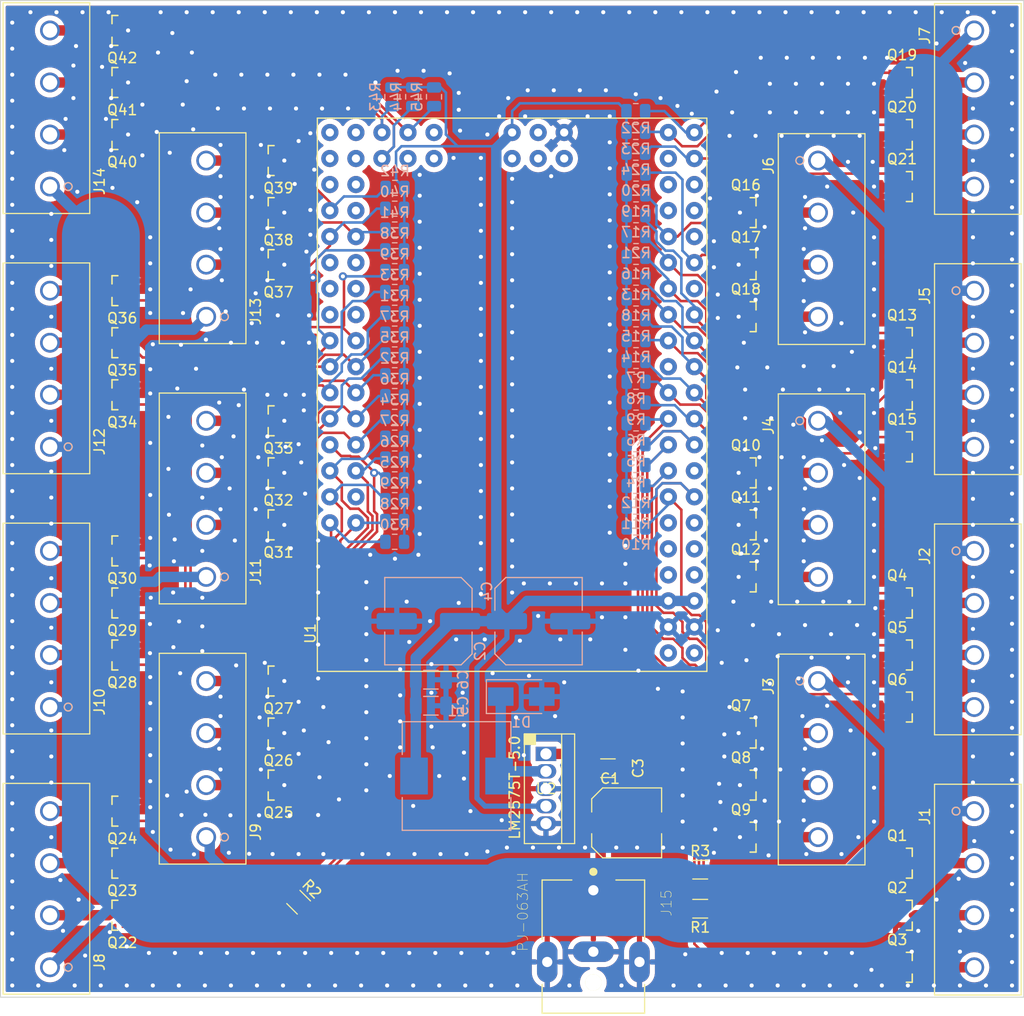
<source format=kicad_pcb>
(kicad_pcb (version 20211014) (generator pcbnew)
  (layers (0 "F.Cu" signal) (31 "B.Cu" signal) (34 "B.Paste" user) (35 "F.Paste" user) (36 "B.SilkS" user "B.Silkscreen") (37 "F.SilkS" user "F.Silkscreen") (38 "B.Mask" user) (39 "F.Mask" user) (44 "Edge.Cuts" user))
  (net 0 "")
  (net 1 "+12V")
  (net 2 "GND")
  (net 3 "Net-(D1-Pad1)")
  (net 10 "Net-(J1-Pad2)")
  (net 12 "/LED1R_EN")
  (net 27 "Net-(J1-Pad3)")
  (net 28 "Net-(J1-Pad4)")
  (net 29 "/Fets2/G_EN")
  (net 30 "Net-(J2-Pad2)")
  (net 31 "/LED3R_EN")
  (net 32 "Net-(J2-Pad3)")
  (net 33 "/Fets2/B_EN")
  (net 34 "Net-(J2-Pad4)")
  (net 35 "/Fets1/G_EN")
  (net 36 "Net-(J3-Pad2)")
  (net 37 "/LED2R_EN")
  (net 38 "Net-(J3-Pad3)")
  (net 39 "/Fets1/B_EN")
  (net 40 "Net-(J3-Pad4)")
  (net 41 "Net-(J4-Pad2)")
  (net 42 "Net-(J4-Pad3)")
  (net 43 "Net-(J4-Pad4)")
  (net 44 "Net-(J5-Pad2)")
  (net 45 "Net-(J5-Pad3)")
  (net 46 "Net-(J5-Pad4)")
  (net 47 "Net-(J6-Pad2)")
  (net 48 "Net-(J6-Pad3)")
  (net 49 "Net-(J6-Pad4)")
  (net 50 "Net-(J7-Pad2)")
  (net 51 "Net-(J7-Pad3)")
  (net 52 "Net-(J7-Pad4)")
  (net 53 "Net-(J8-Pad2)")
  (net 54 "Net-(J8-Pad3)")
  (net 55 "Net-(J8-Pad4)")
  (net 56 "Net-(J9-Pad2)")
  (net 57 "Net-(J9-Pad3)")
  (net 58 "Net-(J9-Pad4)")
  (net 59 "/Fets3/G_EN")
  (net 60 "/Fets3/B_EN")
  (net 61 "/Fets4/G_EN")
  (net 62 "/LED4R_EN")
  (net 63 "/Fets4/B_EN")
  (net 64 "/Fets5/G_EN")
  (net 65 "/LED5R_EN")
  (net 66 "/Fets5/B_EN")
  (net 67 "/Fets6/G_EN")
  (net 68 "/LED6R_EN")
  (net 69 "/Fets6/B_EN")
  (net 70 "/Fets7/G_EN")
  (net 71 "/Fets7/B_EN")
  (net 72 "/Fets8/G_EN")
  (net 73 "/Fets8/B_EN")
  (net 74 "/Fets9/B_EN")
  (net 75 "/LED7R_EN")
  (net 76 "/LED8R_EN")
  (net 77 "Net-(J10-Pad2)")
  (net 78 "Net-(J10-Pad3)")
  (net 79 "Net-(J10-Pad4)")
  (net 80 "Net-(J11-Pad2)")
  (net 81 "Net-(J11-Pad3)")
  (net 82 "Net-(J11-Pad4)")
  (net 83 "Net-(J12-Pad2)")
  (net 84 "Net-(J12-Pad3)")
  (net 85 "Net-(J12-Pad4)")
  (net 86 "Net-(J13-Pad2)")
  (net 87 "Net-(J13-Pad3)")
  (net 88 "Net-(J13-Pad4)")
  (net 89 "Net-(J14-Pad2)")
  (net 90 "Net-(J14-Pad3)")
  (net 91 "Net-(J14-Pad4)")
  (net 92 "/Fets10/G_EN")
  (net 93 "/LED10R_EN")
  (net 94 "/Fets10/B_EN")
  (net 95 "/Fets11/G_EN")
  (net 96 "/LED11R_EN")
  (net 97 "/Fets11/B_EN")
  (net 98 "/Fets12/G_EN")
  (net 99 "/LED12R_EN")
  (net 100 "/Fets12/B_EN")
  (net 101 "/Fets13/G_EN")
  (net 102 "/LED13R_EN")
  (net 103 "/Fets13/B_EN")
  (net 104 "/Fets14/G_EN")
  (net 105 "/LED14R_EN")
  (net 106 "/Fets14/B_EN")
  (net 107 "+5V")
  (net 113 "/LED9G_EN")
  (net 114 "/Fets9/R_EN")
  (footprint "FDN337N:ON_Semi-527AG-01-12_2008-O-IPC_B" (layer "F.Cu") (at 189.515 135.89)
    (fp_text reference "Q3")
    (fp_text value "FDN337N")
  )
  (footprint "FDN337N:ON_Semi-527AG-01-12_2008-O-IPC_B" (layer "F.Cu") (at 127.985 107.95 180)
    (fp_text reference "Q27")
    (fp_text value "FDN337N")
  )
  (footprint "FDN337N:ON_Semi-527AG-01-12_2008-O-IPC_B" (layer "F.Cu") (at 174.275 118.11)
    (fp_text reference "Q8")
    (fp_text value "FDN337N")
  )
  (footprint "FDN337N:ON_Semi-527AG-01-12_2008-O-IPC_B" (layer "F.Cu") (at 189.515 110.49)
    (fp_text reference "Q6")
    (fp_text value "FDN337N")
  )
  (footprint "FDN337N:ON_Semi-527AG-01-12_2008-O-IPC_B" (layer "F.Cu") (at 174.275 92.71)
    (fp_text reference "Q11")
    (fp_text value "FDN337N")
  )
  (footprint "FDN337N:ON_Semi-527AG-01-12_2008-O-IPC_B" (layer "F.Cu") (at 189.515 80.01)
    (fp_text reference "Q14")
    (fp_text value "FDN337N")
  )
  (footprint "Resistor_SMD:R_1206_3216Metric" (layer "F.Cu") (at 169.4795 126.365)
    (fp_text reference "R3")
    (fp_text value "0R")
  )
  (footprint "FDN337N:ON_Semi-527AG-01-12_2008-O-IPC_B" (layer "F.Cu") (at 112.745 120.65 180)
    (fp_text reference "Q24")
    (fp_text value "FDN337N")
  )
  (footprint "FDN337N:ON_Semi-527AG-01-12_2008-O-IPC_B" (layer "F.Cu") (at 174.275 87.63)
    (fp_text reference "Q10")
    (fp_text value "FDN337N")
  )
  (footprint "kicad-ss-libs:ScrewTerminal-5_08" (layer "F.Cu") (at 121.285 72.39 90)
    (fp_text reference "J13")
    (fp_text value "Conn_01x04_Male")
  )
  (footprint "kicad-ss-libs:ScrewTerminal-5_08" (layer "F.Cu") (at 106.045 85.09 90)
    (fp_text reference "J12")
    (fp_text value "Conn_01x04_Male")
  )
  (footprint "kicad-ss-libs:ScrewTerminal-5_08" (layer "F.Cu") (at 180.975 82.55 -90)
    (fp_text reference "J4")
    (fp_text value "Conn_01x04_Male")
  )
  (footprint "Resistor_SMD:R_1206_3216Metric" (layer "F.Cu") (at 169.4795 130.175 180)
    (fp_text reference "R1")
    (fp_text value "0R")
  )
  (footprint "FDN337N:ON_Semi-527AG-01-12_2008-O-IPC_B" (layer "F.Cu") (at 127.985 82.55 180)
    (fp_text reference "Q33")
    (fp_text value "FDN337N")
  )
  (footprint "FDN337N:ON_Semi-527AG-01-12_2008-O-IPC_B" (layer "F.Cu") (at 112.745 95.25 180)
    (fp_text reference "Q30")
    (fp_text value "FDN337N")
  )
  (footprint "FDN337N:ON_Semi-527AG-01-12_2008-O-IPC_B" (layer "F.Cu") (at 189.515 130.81)
    (fp_text reference "Q2")
    (fp_text value "FDN337N")
  )
  (footprint "FDN337N:ON_Semi-527AG-01-12_2008-O-IPC_B" (layer "F.Cu") (at 189.515 54.61)
    (fp_text reference "Q20")
    (fp_text value "FDN337N")
  )
  (footprint "kicad-ss-libs:ScrewTerminal-5_08" (layer "F.Cu") (at 121.285 97.79 90)
    (fp_text reference "J11")
    (fp_text value "Conn_01x04_Male")
  )
  (footprint "kicad-ss-libs:ScrewTerminal-5_08" (layer "F.Cu") (at 196.215 120.65 -90)
    (fp_text reference "J1")
    (fp_text value "Conn_01x04_Male")
  )
  (footprint "FDN337N:ON_Semi-527AG-01-12_2008-O-IPC_B" (layer "F.Cu") (at 112.745 105.41 180)
    (fp_text reference "Q28")
    (fp_text value "FDN337N")
  )
  (footprint "FDN337N:ON_Semi-527AG-01-12_2008-O-IPC_B" (layer "F.Cu") (at 127.985 87.63 180)
    (fp_text reference "Q32")
    (fp_text value "FDN337N")
  )
  (footprint "FDN337N:ON_Semi-527AG-01-12_2008-O-IPC_B" (layer "F.Cu") (at 189.515 59.69)
    (fp_text reference "Q21")
    (fp_text value "FDN337N")
  )
  (footprint "FDN337N:ON_Semi-527AG-01-12_2008-O-IPC_B" (layer "F.Cu") (at 174.275 97.79)
    (fp_text reference "Q12")
    (fp_text value "FDN337N")
  )
  (footprint "FDN337N:ON_Semi-527AG-01-12_2008-O-IPC_B" (layer "F.Cu") (at 112.745 69.85 180)
    (fp_text reference "Q36")
    (fp_text value "FDN337N")
  )
  (footprint "FDN337N:ON_Semi-527AG-01-12_2008-O-IPC_B" (layer "F.Cu") (at 174.275 123.19)
    (fp_text reference "Q9")
    (fp_text value "FDN337N")
  )
  (footprint "FDN337N:ON_Semi-527AG-01-12_2008-O-IPC_B" (layer "F.Cu") (at 189.515 125.73)
    (fp_text reference "Q1")
    (fp_text value "FDN337N")
  )
  (footprint "FDN337N:ON_Semi-527AG-01-12_2008-O-IPC_B" (layer "F.Cu") (at 112.745 49.53 180)
    (fp_text reference "Q41")
    (fp_text value "FDN337N")
  )
  (footprint "FDN337N:ON_Semi-527AG-01-12_2008-O-IPC_B" (layer "F.Cu") (at 112.745 74.93 180)
    (fp_text reference "Q35")
    (fp_text value "FDN337N")
  )
  (footprint "FDN337N:ON_Semi-527AG-01-12_2008-O-IPC_B" (layer "F.Cu") (at 127.985 57.15 180)
    (fp_text reference "Q39")
    (fp_text value "FDN337N")
  )
  (footprint "kicad:MEGA_PRO_EMBED_CH340G___ATMEGA2560" (layer "F.Cu") (at 151.13 80.01 90)
    (fp_text reference "U1")
    (fp_text value "MEGA_PRO_EMBED_CH340G_{slash}_ATMEGA2560")
  )
  (footprint "FDN337N:ON_Semi-527AG-01-12_2008-O-IPC_B" (layer "F.Cu") (at 112.745 44.45 180)
    (fp_text reference "Q42")
    (fp_text value "FDN337N")
  )
  (footprint "kicad-ss-libs:ScrewTerminal-5_08" (layer "F.Cu") (at 121.285 123.19 90)
    (fp_text reference "J9")
    (fp_text value "Conn_01x04_Male")
  )
  (footprint "kicad-ss-libs:ScrewTerminal-5_08" (layer "F.Cu") (at 196.215 95.25 -90)
    (fp_text reference "J2")
    (fp_text value "Conn_01x04_Male")
  )
  (footprint "Resistor_SMD:R_1206_3216Metric" (layer "F.Cu") (at 130.302 129.54 -45)
    (fp_text reference "R2")
    (fp_text value "0R")
  )
  (footprint "FDN337N:ON_Semi-527AG-01-12_2008-O-IPC_B" (layer "F.Cu") (at 127.985 113.03 180)
    (fp_text reference "Q26")
    (fp_text value "FDN337N")
  )
  (footprint "FDN337N:ON_Semi-527AG-01-12_2008-O-IPC_B" (layer "F.Cu") (at 174.275 67.31)
    (fp_text reference "Q17")
    (fp_text value "FDN337N")
  )
  (footprint "kicad-ss-libs:CUI_PJ-063AH" (layer "F.Cu") (at 159.0548 128.3716 -90)
    (fp_text reference "J15")
    (fp_text value "PJ-063AH")
    (fp_line (start 6.5 -1.15) (end 6.5 1.15) (layer "Edge.Cuts") (width 0.001))
    (fp_line (start 8.25 4) (end 8.25 5) (layer "Edge.Cuts") (width 0.001))
    (fp_line (start 0.5 1.5) (end -0.5 1.5) (layer "Edge.Cuts") (width 0.001))
    (fp_line (start -0.5 1.5) (end -0.5 -1.5) (layer "Edge.Cuts") (width 0.001))
    (fp_line (start 8.25 5) (end 5.75 5) (layer "Edge.Cuts") (width 0.001))
    (fp_line (start 0.5 -1.5) (end 0.5 1.5) (layer "Edge.Cuts") (width 0.001))
    (fp_line (start 5.5 1.15) (end 5.5 -1.15) (layer "Edge.Cuts") (width 0.001))
    (fp_line (start 8.25 -4) (end 5.75 -4) (layer "Edge.Cuts") (width 0.001))
    (fp_line (start 5.75 5) (end 5.75 4) (layer "Edge.Cuts") (width 0.001))
    (fp_line (start 5.75 -5) (end 8.25 -5) (layer "Edge.Cuts") (width 0.001))
    (fp_line (start -0.5 -1.5) (end 0.5 -1.5) (layer "Edge.Cuts") (width 0.001))
    (fp_line (start 5.75 -4) (end 5.75 -5) (layer "Edge.Cuts") (width 0.001))
    (fp_line (start 8.25 -5) (end 8.25 -4) (layer "Edge.Cuts") (width 0.001))
    (fp_line (start 6.5 1.15) (end 5.5 1.15) (layer "Edge.Cuts") (width 0.001))
    (fp_line (start 5.5 -1.15) (end 6.5 -1.15) (layer "Edge.Cuts") (width 0.001))
    (fp_line (start 5.75 4) (end 8.25 4) (layer "Edge.Cuts") (width 0.001))
  )
  (footprint "kicad-ss-libs:ScrewTerminal-5_08" (layer "F.Cu") (at 196.215 69.85 -90)
    (fp_text reference "J5")
    (fp_text value "Conn_01x04_Male")
  )
  (footprint "kicad-ss-libs:ScrewTerminal-5_08" (layer "F.Cu") (at 106.045 59.69 90)
    (fp_text reference "J14")
    (fp_text value "Conn_01x04_Male")
  )
  (footprint "kicad-ss-libs:ScrewTerminal-5_08" (layer "F.Cu") (at 106.045 110.49 90)
    (fp_text reference "J10")
    (fp_text value "Conn_01x04_Male")
  )
  (footprint "kicad-ss-libs:LM2575T-5.0" (layer "F.Cu") (at 154.432 118.467)
    (fp_text reference "U2")
    (fp_text value "LM2575T-5.0")
  )
  (footprint "kicad-ss-libs:ScrewTerminal-5_08" (layer "F.Cu") (at 196.215 44.45 -90)
    (fp_text reference "J7")
    (fp_text value "Conn_01x04_Male")
  )
  (footprint "FDN337N:ON_Semi-527AG-01-12_2008-O-IPC_B" (layer "F.Cu") (at 174.275 62.23)
    (fp_text reference "Q16")
    (fp_text value "FDN337N")
  )
  (footprint "Capacitor_SMD:C_Elec_6.3x5.8" (layer "F.Cu") (at 162.3035 121.793)
    (fp_text reference "C1")
    (fp_text value "47uF")
  )
  (footprint "kicad-ss-libs:ScrewTerminal-5_08" (layer "F.Cu") (at 106.045 135.89 90)
    (fp_text reference "J8")
    (fp_text value "Conn_01x04_Male")
  )
  (footprint "kicad-ss-libs:ScrewTerminal-5_08" (layer "F.Cu") (at 180.975 57.15 -90)
    (fp_text reference "J6")
    (fp_text value "Conn_01x04_Male")
  )
  (footprint "FDN337N:ON_Semi-527AG-01-12_2008-O-IPC_B" (layer "F.Cu") (at 189.515 100.33)
    (fp_text reference "Q4")
    (fp_text value "FDN337N")
  )
  (footprint "FDN337N:ON_Semi-527AG-01-12_2008-O-IPC_B" (layer "F.Cu") (at 112.745 54.61 180)
    (fp_text reference "Q40")
    (fp_text value "FDN337N")
  )
  (footprint "FDN337N:ON_Semi-527AG-01-12_2008-O-IPC_B" (layer "F.Cu") (at 112.745 80.01 180)
    (fp_text reference "Q34")
    (fp_text value "FDN337N")
  )
  (footprint "FDN337N:ON_Semi-527AG-01-12_2008-O-IPC_B" (layer "F.Cu") (at 112.745 130.81 180)
    (fp_text reference "Q22")
    (fp_text value "FDN337N")
  )
  (footprint "FDN337N:ON_Semi-527AG-01-12_2008-O-IPC_B" (layer "F.Cu") (at 127.985 92.71 180)
    (fp_text reference "Q31")
    (fp_text value "FDN337N")
  )
  (footprint "FDN337N:ON_Semi-527AG-01-12_2008-O-IPC_B" (layer "F.Cu") (at 127.985 118.11 180)
    (fp_text reference "Q25")
    (fp_text value "FDN337N")
  )
  (footprint "FDN337N:ON_Semi-527AG-01-12_2008-O-IPC_B" (layer "F.Cu") (at 127.985 62.23 180)
    (fp_text reference "Q38")
    (fp_text value "FDN337N")
  )
  (footprint "FDN337N:ON_Semi-527AG-01-12_2008-O-IPC_B" (layer "F.Cu") (at 127.985 67.31 180)
    (fp_text reference "Q37")
    (fp_text value "FDN337N")
  )
  (footprint "FDN337N:ON_Semi-527AG-01-12_2008-O-IPC_B" (layer "F.Cu") (at 189.515 85.09)
    (fp_text reference "Q15")
    (fp_text value "FDN337N")
  )
  (footprint "kicad-ss-libs:ScrewTerminal-5_08" (layer "F.Cu") (at 180.975 107.95 -90)
    (fp_text reference "J3")
    (fp_text value "Conn_01x04_Male")
  )
  (footprint "FDN337N:ON_Semi-527AG-01-12_2008-O-IPC_B" (layer "F.Cu") (at 174.275 113.03)
    (fp_text reference "Q7")
    (fp_text value "FDN337N")
  )
  (footprint "Capacitor_SMD:C_1206_3216Metric" (layer "F.Cu") (at 160.479 116.459 180)
    (fp_text reference "C3")
    (fp_text value "10uF")
  )
  (footprint "FDN337N:ON_Semi-527AG-01-12_2008-O-IPC_B" (layer "F.Cu") (at 189.515 49.53)
    (fp_text reference "Q19")
    (fp_text value "FDN337N")
  )
  (footprint "FDN337N:ON_Semi-527AG-01-12_2008-O-IPC_B" (layer "F.Cu") (at 174.275 72.39)
    (fp_text reference "Q18")
    (fp_text value "FDN337N")
  )
  (footprint "FDN337N:ON_Semi-527AG-01-12_2008-O-IPC_B" (layer "F.Cu") (at 189.515 74.93)
    (fp_text reference "Q13")
    (fp_text value "FDN337N")
  )
  (footprint "FDN337N:ON_Semi-527AG-01-12_2008-O-IPC_B" (layer "F.Cu") (at 112.745 100.33 180)
    (fp_text reference "Q29")
    (fp_text value "FDN337N")
  )
  (footprint "FDN337N:ON_Semi-527AG-01-12_2008-O-IPC_B" (layer "F.Cu") (at 189.515 105.41)
    (fp_text reference "Q5")
    (fp_text value "FDN337N")
  )
  (footprint "FDN337N:ON_Semi-527AG-01-12_2008-O-IPC_B" (layer "F.Cu") (at 112.745 125.73 180)
    (fp_text reference "Q23")
    (fp_text value "FDN337N")
  )
  (footprint "Resistor_SMD:R_0805_2012Metric" (layer "B.Cu") (at 139.6765 92.329 180)
    (fp_text reference "R28")
    (fp_text value "50k")
  )
  (footprint "Resistor_SMD:R_0805_2012Metric" (layer "B.Cu") (at 139.6765 78.105 180)
    (fp_text reference "R32")
    (fp_text value "50k")
  )
  (footprint "Resistor_SMD:R_0805_2012Metric" (layer "B.Cu") (at 139.6765 61.849 180)
    (fp_text reference "R40")
    (fp_text value "50k")
  )
  (footprint "Resistor_SMD:R_0805_2012Metric" (layer "B.Cu") (at 163.2185 58.42)
    (fp_text reference "R20")
    (fp_text value "50k")
  )
  (footprint "Capacitor_SMD:C_1206_3216Metric" (layer "B.Cu") (at 143.207 107.823)
    (fp_text reference "C6")
    (fp_text value "10uF")
  )
  (footprint "Resistor_SMD:R_0805_2012Metric" (layer "B.Cu") (at 163.2185 76.708)
    (fp_text reference "R7")
    (fp_text value "50k")
  )
  (footprint "Resistor_SMD:R_0805_2012Metric" (layer "B.Cu") (at 139.6765 63.881 180)
    (fp_text reference "R41")
    (fp_text value "50k")
  )
  (footprint "Resistor_SMD:R_0805_2012Metric" (layer "B.Cu") (at 163.2185 82.804)
    (fp_text reference "R6")
    (fp_text value "50k")
  )
  (footprint "Capacitor_SMD:C_1206_3216Metric" (layer "B.Cu") (at 143.207 110.363)
    (fp_text reference "C5")
    (fp_text value "10uF")
  )
  (footprint "Resistor_SMD:R_0805_2012Metric" (layer "B.Cu") (at 163.195 52.324)
    (fp_text reference "R22")
    (fp_text value "50k")
  )
  (footprint "Resistor_SMD:R_0805_2012Metric" (layer "B.Cu") (at 139.6765 72.009 180)
    (fp_text reference "R31")
    (fp_text value "50k")
  )
  (footprint "Resistor_SMD:R_0805_2012Metric" (layer "B.Cu") (at 143.51 50.927 -90)
    (fp_text reference "R45")
    (fp_text value "50k")
  )
  (footprint "Resistor_SMD:R_0805_2012Metric" (layer "B.Cu") (at 163.2185 70.612)
    (fp_text reference "R18")
    (fp_text value "50k")
  )
  (footprint "Resistor_SMD:R_0805_2012Metric" (layer "B.Cu") (at 139.6765 76.073 180)
    (fp_text reference "R35")
    (fp_text value "50k")
  )
  (footprint "Resistor_SMD:R_0805_2012Metric" (layer "B.Cu") (at 163.2185 88.9)
    (fp_text reference "R12")
    (fp_text value "50k")
  )
  (footprint "Resistor_SMD:R_0805_2012Metric" (layer "B.Cu") (at 139.6765 67.945 180)
    (fp_text reference "R39")
    (fp_text value "50k")
  )
  (footprint "Inductor_SMD:L_10.4x10.4_H4.8" (layer "B.Cu") (at 145.71 117.221 180)
    (fp_text reference "L1")
    (fp_text value "100uH")
  )
  (footprint "Capacitor_SMD:C_Elec_8x6.2" (layer "B.Cu") (at 142.9625 102.108 180)
    (fp_text reference "C2")
    (fp_text value "100uF")
  )
  (footprint "Resistor_SMD:R_0805_2012Metric" (layer "B.Cu") (at 163.2185 84.836)
    (fp_text reference "R5")
    (fp_text value "50k")
  )
  (footprint "Resistor_SMD:R_0805_2012Metric" (layer "B.Cu") (at 163.2185 72.644)
    (fp_text reference "R15")
    (fp_text value "50k")
  )
  (footprint "Diode_SMD:D_SMA" (layer "B.Cu") (at 152.019 109.474)
    (fp_text reference "D1")
    (fp_text value "DO-214AC")
  )
  (footprint "Resistor_SMD:R_0805_2012Metric" (layer "B.Cu") (at 163.2185 64.516)
    (fp_text reference "R21")
    (fp_text value "50k")
  )
  (footprint "Resistor_SMD:R_0805_2012Metric" (layer "B.Cu") (at 139.6765 65.913 180)
    (fp_text reference "R38")
    (fp_text value "50k")
  )
  (footprint "Resistor_SMD:R_0805_2012Metric" (layer "B.Cu") (at 163.2185 68.58)
    (fp_text reference "R13")
    (fp_text value "50k")
  )
  (footprint "Resistor_SMD:R_0805_2012Metric" (layer "B.Cu") (at 139.6765 86.233 180)
    (fp_text reference "R26")
    (fp_text value "50k")
  )
  (footprint "Resistor_SMD:R_0805_2012Metric" (layer "B.Cu") (at 139.6765 84.201 180)
    (fp_text reference "R27")
    (fp_text value "50k")
  )
  (footprint "Resistor_SMD:R_0805_2012Metric" (layer "B.Cu") (at 163.2185 86.868)
    (fp_text reference "R4")
    (fp_text value "50k")
  )
  (footprint "Resistor_SMD:R_0805_2012Metric" (layer "B.Cu") (at 163.2185 80.772)
    (fp_text reference "R9")
    (fp_text value "50k")
  )
  (footprint "Resistor_SMD:R_0805_2012Metric" (layer "B.Cu") (at 139.6765 69.977 180)
    (fp_text reference "R33")
    (fp_text value "50k")
  )
  (footprint "Resistor_SMD:R_0805_2012Metric" (layer "B.Cu") (at 163.2185 60.452)
    (fp_text reference "R19")
    (fp_text value "50k")
  )
  (footprint "Resistor_SMD:R_0805_2012Metric" (layer "B.Cu") (at 139.6765 80.137 180)
    (fp_text reference "R36")
    (fp_text value "50k")
  )
  (footprint "Resistor_SMD:R_0805_2012Metric" (layer "B.Cu") (at 163.2185 74.676)
    (fp_text reference "R14")
    (fp_text value "50k")
  )
  (footprint "Resistor_SMD:R_0805_2012Metric" (layer "B.Cu") (at 141.478 50.927 -90)
    (fp_text reference "R44")
    (fp_text value "50k")
  )
  (footprint "Resistor_SMD:R_0805_2012Metric" (layer "B.Cu") (at 139.6765 90.297 180)
    (fp_text reference "R29")
    (fp_text value "50k")
  )
  (footprint "Resistor_SMD:R_0805_2012Metric" (layer "B.Cu") (at 139.6765 74.041 180)
    (fp_text reference "R37")
    (fp_text value "50k")
  )
  (footprint "Resistor_SMD:R_0805_2012Metric" (layer "B.Cu") (at 163.2185 90.932)
    (fp_text reference "R11")
    (fp_text value "50k")
  )
  (footprint "Resistor_SMD:R_0805_2012Metric" (layer "B.Cu") (at 139.7 59.817 180)
    (fp_text reference "R42")
    (fp_text value "50k")
  )
  (footprint "Resistor_SMD:R_0805_2012Metric" (layer "B.Cu") (at 163.2185 78.74)
    (fp_text reference "R8")
    (fp_text value "50k")
  )
  (footprint "Resistor_SMD:R_0805_2012Metric" (layer "B.Cu") (at 139.6765 94.361 180)
    (fp_text reference "R30")
    (fp_text value "50k")
  )
  (footprint "Capacitor_SMD:C_Elec_8x6.2" (layer "B.Cu") (at 153.7095 102.108)
    (fp_text reference "C4")
    (fp_text value "100uF")
  )
  (footprint "Resistor_SMD:R_0805_2012Metric" (layer "B.Cu") (at 163.195 56.388)
    (fp_text reference "R24")
    (fp_text value "50k")
  )
  (footprint "Resistor_SMD:R_0805_2012Metric" (layer "B.Cu") (at 163.195 54.356)
    (fp_text reference "R23")
    (fp_text value "50k")
  )
  (footprint "Resistor_SMD:R_0805_2012Metric" (layer "B.Cu") (at 163.2185 66.548)
    (fp_text reference "R16")
    (fp_text value "50k")
  )
  (footprint "Resistor_SMD:R_0805_2012Metric" (layer "B.Cu") (at 163.2185 62.484)
    (fp_text reference "R17")
    (fp_text value "50k")
  )
  (footprint "Resistor_SMD:R_0805_2012Metric" (layer "B.Cu") (at 139.6765 88.265 180)
    (fp_text reference "R25")
    (fp_text value "50k")
  )
  (footprint "Resistor_SMD:R_0805_2012Metric" (layer "B.Cu") (at 139.446 50.927 -90)
    (fp_text reference "R43")
    (fp_text value "50k")
  )
  (footprint "Resistor_SMD:R_0805_2012Metric" (layer "B.Cu") (at 139.6765 82.169 180)
    (fp_text reference "R34")
    (fp_text value "50k")
  )
  (footprint "Resistor_SMD:R_0805_2012Metric" (layer "B.Cu") (at 163.2185 92.964)
    (fp_text reference "R10")
    (fp_text value "50k")
  )
  (gr_rect (start 101.219 41.529) (end 201.041 138.811) (layer "Edge.Cuts") (width 0.1) (fill none))
  (segment (start 159.004 121.92) (end 159.766 122.682) (width 1.016) (layer "F.Cu") (net 1))
  (segment (start 159.004 117.856) (end 159.004 116.84) (width 1.016) (layer "F.Cu") (net 1))
  (segment (start 159.766 122.682) (end 159.766 127.36358) (width 1.016) (layer "F.Cu") (net 1))
  (segment (start 159.004 116.84) (end 157.226 115.062) (width 1.016) (layer "F.Cu") (net 1))
  (segment (start 157.226 115.062) (end 154.432 115.062) (width 1.016) (layer "F.Cu") (net 1))
  (segment (start 160.6804 128.1176) (end 160.6296 128.1684) (width 1.016) (layer "F.Cu") (net 1))
  (segment (start 159.004 117.094) (end 159.004 121.92) (width 1.016) (layer "F.Cu") (net 1))
  (segment (start 111.009711 78.093289) (end 111.009711 79.109289) (width 1.016) (layer "B.Cu") (net 1))
  (segment (start 115.443 73.66) (end 111.009711 78.093289) (width 1.016) (layer "B.Cu") (net 1))
  (segment (start 191.250289 110.859289) (end 191.250289 92.825289) (width 7.6) (layer "B.Cu") (net 1))
  (segment (start 112.649 129.286) (end 115.824 129.286) (width 1.016) (layer "B.Cu") (net 1))
  (segment (start 114.792689 98.262511) (end 113.978342 99.076858) (width 1.016) (layer "B.Cu") (net 1))
  (segment (start 112.0775 71.3105) (end 111.009711 70.242711) (width 1.016) (layer "B.Cu") (net 1))
  (segment (start 191.250289 116.828289) (end 191.250289 110.859289) (width 7.6) (layer "B.Cu") (net 1))
  (segment (start 116.755258 97.79) (end 116.282747 98.262511) (width 1.016) (layer "B.Cu") (net 1))
  (segment (start 167.64 129.667) (end 167.005 129.032) (width 7.6) (layer "B.Cu") (net 1))
  (segment (start 111.009711 80.760289) (end 111.009711 86.625711) (width 7.6) (layer "B.Cu") (net 1))
  (segment (start 150.241 129.667) (end 127.635 129.667) (width 7.6) (layer "B.Cu") (net 1))
  (segment (start 191.238578 82.55) (end 191.250289 82.561711) (width 1.016) (layer "B.Cu") (net 1))
  (segment (start 116.282747 98.262511) (end 114.792689 98.262511) (width 1.016) (layer "B.Cu") (net 1))
  (segment (start 180.975 82.55) (end 181.737 82.55) (width 1.016) (layer "B.Cu") (net 1))
  (segment (start 191.250289 119.935874) (end 191.250289 123.709711) (width 7.6) (layer "B.Cu") (net 1))
  (segment (start 115.316 128.778) (end 111.009711 124.471711) (width 7.6) (layer "B.Cu") (net 1))
  (segment (start 111.009711 70.242711) (end 111.009711 80.760289) (width 7.6) (layer "B.Cu") (net 1))
  (segment (start 121.285 97.79) (end 116.755258 97.79) (width 1.016) (layer "B.Cu") (net 1))
  (segment (start 110.871 64.516) (end 106.045 59.69) (width 1.016) (layer "B.Cu") (net 1))
  (segment (start 191.262 50.546) (end 191.262 49.403) (width 1.016) (layer "B.Cu") (net 1))
  (segment (start 121.285 72.39) (end 120.015 73.66) (width 1.016) (layer "B.Cu") (net 1))
  (segment (start 193.548 69.85) (end 191.250289 72.147711) (width 1.016) (layer "B.Cu") (net 1))
  (segment (start 180.975 107.95) (end 181.61 107.95) (width 1.016) (layer "B.Cu") (net 1))
  (segment (start 113.978342 99.076858) (end 111.108142 99.076858) (width 1.016) (layer "B.Cu") (net 1))
  (segment (start 150.876 129.032) (end 150.241 129.667) (width 7.6) (layer "B.Cu") (net 1))
  (segment (start 190.996289 66.536289) (end 191.250289 66.536289) (width 1.016) (layer "B.Cu") (net 1))
  (segment (start 191.964415 120.65) (end 191.250289 119.935874) (width 1.016) (layer "B.Cu") (net 1))
  (segment (start 111.009711 99.175289) (end 111.009711 107.430289) (width 7.6) (layer "B.Cu") (net 1))
  (segment (start 181.61 57.15) (end 190.996289 66.536289) (width 1.016) (layer "B.Cu") (net 1))
  (segment (start 110.363 110.49) (end 111.009711 111.136711) (width 1.016) (layer "B.Cu") (net 1))
  (segment (start 116.205 129.667) (end 115.316 128.778) (width 7.6) (layer "B.Cu") (net 1))
  (segment (start 189.091289 89.904289) (end 191.250289 89.904289) (width 1.016) (layer "B.Cu") (net 1))
  (segment (start 112.395 97.79) (end 111.009711 99.175289) (width 1.016) (layer "B.Cu") (net 1))
  (segment (start 180.975 57.15) (end 181.61 57.15) (width 1.016) (layer "B.Cu") (net 1))
  (segment (start 111.009711 107.430289) (end 111.009711 111.136711) (width 7.6) (layer "B.Cu") (net 1))
  (segment (start 106.045 85.09) (end 109.474 85.09) (width 1.016) (layer "B.Cu") (net 1))
  (segment (start 191.250289 82.561711) (end 191.250289 72.147711) (width 7.6) (layer "B.Cu") (net 1))
  (segment (start 191.250289 89.904289) (end 191.250289 82.561711) (width 7.6) (layer "B.Cu") (net 1))
  (segment (start 111.009711 86.625711) (end 111.009711 99.175289) (width 7.6) (layer "B.Cu") (net 1))
  (segment (start 127.635 129.667) (end 116.205 129.667) (width 7.6) (layer "B.Cu") (net 1))
  (segment (start 191.250289 72.147711) (end 191.250289 66.536289) (width 7.6) (layer "B.Cu") (net 1))
  (segment (start 111.009711 64.516) (end 111.009711 70.242711) (width 7.6) (layer "B.Cu") (net 1))
  (segment (start 167.005 129.032) (end 162.2552 129.032) (width 7.6) (layer "B.Cu") (net 1))
  (segment (start 196.215 95.25) (end 193.675 95.25) (width 1.016) (layer "B.Cu") (net 1))
  (segment (start 121.630511 125.034111) (end 126.2634 129.667) (width 1.016) (layer "B.Cu") (net 1))
  (segment (start 106.045 135.89) (end 112.649 129.286) (width 1.016) (layer "B.Cu") (net 1))
  (segment (start 120.015 73.66) (end 115.443 73.66) (width 1.016) (layer "B.Cu") (net 1))
  (segment (start 191.250289 123.709711) (end 185.293 129.667) (width 7.6) (layer "B.Cu") (net 1))
  (segment (start 191.250289 66.536289) (end 191.250289 60.567289) (width 7.6) (layer "B.Cu") (net 1))
  (segment (start 188.341 107.95) (end 191.250289 110.859289) (width 1.016) (layer "B.Cu") (net 1))
  (segment (start 109.474 85.09) (end 111.009711 86.625711) (width 1.016) (layer "B.Cu") (net 1))
  (segment (start 181.61 107.95) (end 190.488289 116.828289) (width 1.016) (layer "B.Cu") (net 1))
  (segment (start 113.157 72.39) (end 112.0775 71.3105) (width 1.016) (layer "B.Cu") (net 1))
  (segment (start 191.250289 60.567289) (end 191.250289 50.557711) (width 7.6) (layer "B.Cu") (net 1))
  (segment (start 154.813 129.032) (end 150.876 129.032) (width 7.6) (layer "B.Cu") (net 1))
  (segment (start 106.045 110.49) (end 110.363 110.49) (width 1.016) (layer "B.Cu") (net 1))
  (segment (start 111.009711 124.471711) (end 111.009711 111.136711) (width 7.6) (layer "B.Cu") (net 1))
  (segment (start 162.2552 129.032) (end 154.813 129.032) (width 7.6) (layer "B.Cu") (net 1))
  (segment (start 191.262 49.403) (end 196.215 44.45) (width 1.016) (layer "B.Cu") (net 1))
  (segment (start 121.630511 123.535511) (end 121.630511 125.034111) (width 1.016) (layer "B.Cu") (net 1))
  (segment (start 196.215 69.85) (end 193.548 69.85) (width 1.016) (layer "B.Cu") (net 1))
  (segment (start 181.737 82.55) (end 189.091289 89.904289) (width 1.016) (layer "B.Cu") (net 1))
  (segment (start 193.675 95.25) (end 191.250289 92.825289) (width 1.016) (layer "B.Cu") (net 1))
  (segment (start 190.488289 116.828289) (end 191.250289 116.828289) (width 1.016) (layer "B.Cu") (net 1))
  (segment (start 111.009711 64.516) (end 110.871 64.516) (width 1.016) (layer "B.Cu") (net 1))
  (segment (start 185.293 129.667) (end 167.64 129.667) (width 7.6) (layer "B.Cu") (net 1))
  (segment (start 191.250289 50.557711) (end 191.262 50.546) (width 7.6) (layer "B.Cu") (net 1))
  (segment (start 196.215 120.65) (end 191.964415 120.65) (width 1.016) (layer "B.Cu") (net 1))
  (segment (start 121.285 123.19) (end 121.630511 123.535511) (width 1.016) (layer "B.Cu") (net 1))
  (segment (start 111.108142 99.076858) (end 111.009711 99.175289) (width 1.016) (layer "B.Cu") (net 1))
  (segment (start 191.250289 119.935874) (end 191.250289 116.828289) (width 7.6) (layer "B.Cu") (net 1))
  (segment (start 191.250289 92.825289) (end 191.250289 89.904289) (width 7.6) (layer "B.Cu") (net 1))
  (via (at 199.898 137.668) (size 0.8) (drill 0.4) (layers "F.Cu" "B.Cu") (net 2))
  (via (at 167.259 51.816) (size 0.8) (drill 0.4) (layers "F.Cu" "B.Cu") (net 2))
  (via (at 137.287 95.631) (size 0.8) (drill 0.4) (layers "F.Cu" "B.Cu") (net 2))
  (via (at 179.705 73.914) (size 0.8) (drill 0.4) (layers "F.Cu" "B.Cu") (net 2))
  (via (at 183.896 105.664) (size 0.8) (drill 0.4) (layers "F.Cu" "B.Cu") (net 2))
  (via (at 177.419 54.737) (size 0.8) (drill 0.4) (layers "F.Cu" "B.Cu") (net 2))
  (via (at 141.097 134.493) (size 0.8) (drill 0.4) (layers "F.Cu" "B.Cu") (net 2))
  (via (at 172.339 54.737) (size 0.8) (drill 0.4) (layers "F.Cu" "B.Cu") (net 2))
  (via (at 179.578 137.668) (size 0.8) (drill 0.4) (layers "F.Cu" "B.Cu") (net 2))
  (via (at 196.215 123.571) (size 0.8) (drill 0.4) (layers "F.Cu" "B.Cu") (net 2))
  (via (at 160.655 68.072) (size 0.8) (drill 0.4) (layers "F.Cu" "B.Cu") (net 2))
  (via (at 171.958 137.668) (size 0.8) (drill 0.4) (layers "F.Cu" "B.Cu") (net 2))
  (via (at 173.101 77.343) (size 0.8) (drill 0.4) (layers "F.Cu" "B.Cu") (net 2))
  (via (at 140.208 111.887) (size 0.8) (drill 0.4) (layers "F.Cu" "B.Cu") (net 2))
  (via (at 173.863 85.344) (size 0.8) (drill 0.4) (layers "F.Cu" "B.Cu") (net 2))
  (via (at 120.904 95.25) (size 0.8) (drill 0.4) (layers "F.Cu" "B.Cu") (net 2))
  (via (at 134.239 119.507) (size 0.8) (drill 0.4) (layers "F.Cu" "B.Cu") (net 2))
  (via (at 151.13 76.454) (size 0.8) (drill 0.4) (layers "F.Cu" "B.Cu") (net 2))
  (via (at 152.4 42.672) (size 0.8) (drill 0.4) (layers "F.Cu" "B.Cu") (net 2))
  (via (at 136.906 100.838) (size 0.8) (drill 0.4) (layers "F.Cu" "B.Cu") (net 2))
  (via (at 112.014 51.054) (size 0.8) (drill 0.4) (layers "F.Cu" "B.Cu") (net 2))
  (via (at 173.355 90.17) (size 0.8) (drill 0.4) (layers "F.Cu" "B.Cu") (net 2))
  (via (at 162.179 94.742) (size 0.8) (drill 0.4) (layers "F.Cu" "B.Cu") (net 2))
  (via (at 136.906 98.298) (size 0.8) (drill 0.4) (layers "F.Cu" "B.Cu") (net 2))
  (via (at 132.207 104.394) (size 0.8) (drill 0.4) (layers "F.Cu" "B.Cu") (net 2))
  (via (at 171.577 106.172) (size 0.8) (drill 0.4) (layers "F.Cu" "B.Cu") (net 2))
  (via (at 128.905 57.15) (size 0.8) (drill 0.4) (layers "F.Cu" "B.Cu") (net 2))
  (via (at 146.685 124.841) (size 0.8) (drill 0.4) (layers "F.Cu" "B.Cu") (net 2))
  (via (at 176.276 108.204) (size 0.8) (drill 0.4) (layers "F.Cu" "B.Cu") (net 2))
  (via (at 151.13 89.154) (size 0.8) (drill 0.4) (layers "F.Cu" "B.Cu") (net 2))
  (via (at 136.906 110.998) (size 0.8) (drill 0.4) (layers "F.Cu" "B.Cu") (net 2))
  (via (at 102.362 124.968) (size 0.8) (drill 0.4) (layers "F.Cu" "B.Cu") (net 2))
  (via (at 186.436 92.71) (size 0.8) (drill 0.4) (layers "F.Cu" "B.Cu") (net 2))
  (via (at 186.436 97.79) (size 0.8) (drill 0.4) (layers "F.Cu" "B.Cu") (net 2))
  (via (at 183.261 124.841) (size 0.8) (drill 0.4) (layers "F.Cu" "B.Cu") (net 2))
  (via (at 160.655 55.372) (size 0.8) (drill 0.4) (layers "F.Cu" "B.Cu") (net 2))
  (via (at 133.477 134.493) (size 0.8) (drill 0.4) (layers "F.Cu" "B.Cu") (net 2))
  (via (at 128.397 134.493) (size 0.8) (drill 0.4) (layers "F.Cu" "B.Cu") (net 2))
  (via (at 171.577 134.493) (size 0.8) (drill 0.4) (layers "F.Cu" "B.Cu") (net 2))
  (via (at 129.4384 121.0564) (size 0.8) (drill 0.4) (layers "F.Cu" "B.Cu") (net 2))
  (via (at 177.8 42.672) (size 0.8) (drill 0.4) (layers "F.Cu" "B.Cu") (net 2))
  (via (at 179.578 96.266) (size 0.8) (drill 0.4) (layers "F.Cu" "B.Cu") (net 2))
  (via (at 196.088 90.17) (size 0.8) (drill 0.4) (layers "F.Cu" "B.Cu") (net 2))
  (via (at 129.032 80.01) (size 0.8) (drill 0.4) (layers "F.Cu" "B.Cu") (net 2))
  (via (at 122.682 111.379) (size 0.8) (drill 0.4) (layers "F.Cu" "B.Cu") (net 2))
  (via (at 197.358 137.668) (size 0.8) (drill 0.4) (layers "F.Cu" "B.Cu") (net 2))
  (via (at 140.208 106.807) (size 0.8) (drill 0.4) (layers "F.Cu" "B.Cu") (net 2))
  (via (at 115.824 120.269) (size 0.8) (drill 0.4) (layers "F.Cu" "B.Cu") (net 2))
  (via (at 107.442 56.134) (size 0.8) (drill 0.4) (layers "F.Cu" "B.Cu") (net 2))
  (via (at 146.177 134.493) (size 0.8) (drill 0.4) (layers "F.Cu" "B.Cu") (net 2))
  (via (at 196.088 102.87) (size 0.8) (drill 0.4) (layers "F.Cu" "B.Cu") (net 2))
  (via (at 130.302 115.062) (size 0.8) (drill 0.4) (layers "F.Cu" "B.Cu") (net 2))
  (via (at 128.778 74.93) (size 0.8) (drill 0.4) (layers "F.Cu" "B.Cu") (net 2))
  (via (at 181.864 110.363) (size 0.8) (drill 0.4) (layers "F.Cu" "B.Cu") (net 2))
  (via (at 172.72 42.672) (size 0.8) (drill 0.4) (layers "F.Cu" "B.Cu") (net 2))
  (via (at 176.276 89.154) (size 0.8) (drill 0.4) (layers "F.Cu" "B.Cu") (net 2))
  (via (at 130.81 80.01) (size 0.8) (drill 0.4) (layers "F.Cu" "B.Cu") (net 2))
  (via (at 127.254 84.074) (size 0.8) (drill 0.4) (layers "F.Cu" "B.Cu") (net 2))
  (via (at 199.898 61.722) (size 0.8) (drill 0.4) (layers "F.Cu" "B.Cu") (net 2))
  (via (at 151.13 99.314) (size 0.8) (drill 0.4) (layers "F.Cu" "B.Cu") (net 2))
  (via (at 102.362 137.668) (size 0.8) (drill 0.4) (layers "F.Cu" "B.Cu") (net 2))
  (via (at 179.197 134.493) (size 0.8) (drill 0.4) (layers "F.Cu" "B.Cu") (net 2))
  (via (at 140.208 109.347) (size 0.8) (drill 0.4) (layers "F.Cu" "B.Cu") (net 2))
  (via (at 116.078 137.668) (size 0.8) (drill 0.4) (layers "F.Cu" "B.Cu") (net 2))
  (via (at 139.192 117.221) (size 0.8) (drill 0.4) (layers "F.Cu" "B.Cu") (net 2))
  (via (at 144.145 124.841) (size 0.8) (drill 0.4) (layers "F.Cu" "B.Cu") (net 2))
  (via (at 111.506 53.086) (size 0.8) (drill 0.4) (layers "F.Cu" "B.Cu") (net 2))
  (via (at 117.8052 124.4092) (size 0.8) (drill 0.4) (layers "F.Cu" "B.Cu") (net 2))
  (via (at 199.898 109.982) (size 0.8) (drill 0.4) (layers "F.Cu" "B.Cu") (net 2))
  (via (at 106.172 108.077) (size 0.8) (drill 0.4) (layers "F.Cu" "B.Cu") (net 2))
  (via (at 179.578 70.866) (size 0.8) (drill 0.4) (layers "F.Cu" "B.Cu") (net 2))
  (via (at 124.968 52.07) (size 0.8) (drill 0.4) (layers "F.Cu" "B.Cu") (net 2))
  (via (at 173.863 82.296) (size 0.8) (drill 0.4) (layers "F.Cu" "B.Cu") (net 2))
  (via (at 167.767 124.206) (size 0.8) (drill 0.4) (layers "F.Cu" "B.Cu") (net 2))
  (via (at 186.436 95.25) (size 0.8) (drill 0.4) (layers "F.Cu" "B.Cu") (net 2))
  (via (at 160.655 93.472) (size 0.8) (drill 0.4) (layers "F.Cu" "B.Cu") (net 2))
  (via (at 171.831 115.316) (size 0.8) (drill 0.4) (layers "F.Cu" "B.Cu") (net 2))
  (via (at 118.237 134.493) (size 0.8) (drill 0.4) (layers "F.Cu" "B.Cu") (net 2))
  (via (at 106.172 77.47) (size 0.8) (drill 0.4) (layers "F.Cu" "B.Cu") (net 2))
  (via (at 102.362 86.868) (size 0.8) (drill 0.4) (layers "F.Cu" "B.Cu") (net 2))
  (via (at 174.879 54.737) (size 0.8) (drill 0.4) (layers "F.Cu" "B.Cu") (net 2))
  (via (at 149.86 42.672) (size 0.8) (drill 0.4) (layers "F.Cu" "B.Cu") (net 2))
  (via (at 196.088 117.856) (size 0.8) (drill 0.4) (layers "F.Cu" "B.Cu") (net 2))
  (via (at 186.436 59.69) (size 0.8) (drill 0.4) (layers "F.Cu" "B.Cu") (net 2))
  (via (at 171.831 113.157) (size 0.8) (drill 0.4) (layers "F.Cu" "B.Cu") (net 2))
  (via (at 179.959 54.737) (size 0.8) (drill 0.4) (layers "F.Cu" "B.Cu") (net 2))
  (via (at 131.826 58.039) (size 0.8) (drill 0.4) (layers "F.Cu" "B.Cu") (net 2))
  (via (at 178.562 82.931) (size 0.8) (drill 0.4) (layers "F.Cu" "B.Cu") (net 2))
  (via (at 155.321 111.379) (size 0.8) (drill 0.4) (layers "F.Cu" "B.Cu") (net 2))
  (via (at 174.879 91.186) (size 0.8) (drill 0.4) (layers "F.Cu" "B.Cu") (net 2))
  (via (at 102.362 132.588) (size 0.8) (drill 0.4) (layers "F.Cu" "B.Cu") (net 2))
  (via (at 199.898 107.442) (size 0.8) (drill 0.4) (layers "F.Cu" "B.Cu") (net 2))
  (via (at 132.715 124.841) (size 0.8) (drill 0.4) (layers "F.Cu" "B.Cu") (net 2))
  (via (at 118.2116 94.1324) (size 0.8) (drill 0.4) (layers "F.Cu" "B.Cu") (net 2))
  (via (at 117.602 87.249) (size 0.8) (drill 0.4) (layers "F.Cu" "B.Cu") (net 2))
  (via (at 118.1354 96.266) (size 0.8) (drill 0.4) (layers "F.Cu" "B.Cu") (net 2))
  (via (at 146.431 112.268) (size 0.8) (drill 0.4) (layers "F.Cu" "B.Cu") (net 2))
  (via (at 130.556 86.614) (size 0.8) (drill 0.4) (layers "F.Cu" "B.Cu") (net 2))
  (via (at 199.898 51.562) (size 0.8) (drill 0.4) (layers "F.Cu" "B.Cu") (net 2))
  (via (at 106.172 90.043) (size 0.8) (drill 0.4) (layers "F.Cu" "B.Cu") (net 2))
  (via (at 158.75 103.886) (size 0.8) (drill 0.4) (layers "F.Cu" "B.Cu") (net 2))
  (via (at 199.898 66.802) (size 0.8) (drill 0.4) (layers "F.Cu" "B.Cu") (net 2))
  (via (at 147.066 120.65) (size 0.8) (drill 0.4) (layers "F.Cu" "B.Cu") (net 2))
  (via (at 149.86 52.832) (size 0.8) (drill 0.4) (layers "F.Cu" "B.Cu") (net 2))
  (via (at 142.113 88.519) (size 0.8) (drill 0.4) (layers "F.Cu" "B.Cu") (net 2))
  (via (at 157.48 42.672) (size 0.8) (drill 0.4) (layers "F.Cu" "B.Cu") (net 2))
  (via (at 196.088 64.643) (size 0.8) (drill 0.4) (layers "F.Cu" "B.Cu") (net 2))
  (via (at 122.682 55.626) (size 0.8) (drill 0.4) (layers "F.Cu" "B.Cu") (net 2))
  (via (at 147.32 42.672) (size 0.8) (drill 0.4) (layers "F.Cu" "B.Cu") (net 2))
  (via (at 102.362 130.048) (size 0.8) (drill 0.4) (layers "F.Cu" "B.Cu") (net 2))
  (via (at 143.383 114.427) (size 0.8) (drill 0.4) (layers "F.Cu" "B.Cu") (net 2))
  (via (at 199.898 104.902) (size 0.8) (drill 0.4) (layers "F.Cu" "B.Cu") (net 2))
  (via (at 115.824 107.569) (size 0.8) (drill 0.4) (layers "F.Cu" "B.Cu") (net 2))
  (via (at 196.088 82.55) (size 0.8) (drill 0.4) (layers "F.Cu" "B.Cu") (net 2))
  (via (at 151.13 68.834) (size 0.8) (drill 0.4) (layers "F.Cu" "B.Cu") (net 2))
  (via (at 160.655 88.392) (size 0.8) (drill 0.4) (layers "F.Cu" "B.Cu") (net 2))
  (via (at 118.0592 99.314) (size 0.8) (drill 0.4) (layers "F.Cu" "B.Cu") (net 2))
  (via (at 186.436 69.723) (size 0.8) (drill 0.4) (layers "F.Cu" "B.Cu") (net 2))
  (via (at 106.172 67.437) (size 0.8) (drill 0.4) (layers "F.Cu" "B.Cu") (net 2))
  (via (at 146.558 137.668) (size 0.8) (drill 0.4) (layers "F.Cu" "B.Cu") (net 2))
  (via (at 145.923 52.197) (size 0.8) (drill 0.4) (layers "F.Cu" "B.Cu") (net 2))
  (via (at 102.362 135.128) (size 0.8) (drill 0.4) (layers "F.Cu" "B.Cu") (net 2))
  (via (at 155.829 103.886) (size 0.8) (drill 0.4) (layers "F.Cu" "B.Cu") (net 2))
  (via (at 150.749 51.054) (size 0.8) (drill 0.4) (layers "F.Cu" "B.Cu") (net 2))
  (via (at 152.654 50.292) (size 0.8) (drill 0.4) (layers "F.Cu" "B.Cu") (net 2))
  (via (at 183.896 57.277) (size 0.8) (drill 0.4) (layers "F.Cu" "B.Cu") (net 2))
  (via (at 125.857 134.493) (size 0.8) (drill 0.4) (layers "F.Cu" "B.Cu") (net 2))
  (via (at 115.7732 96.6724) (size 0.8) (drill 0.4) (layers "F.Cu" "B.Cu") (net 2))
  (via (at 151.511 111.506) (size 0.8) (drill 0.4) (layers "F.Cu" "B.Cu") (net 2))
  (via (at 182.499 54.737) (size 0.8) (drill 0.4) (layers "F.Cu" "B.Cu") (net 2))
  (via (at 184.277 75.819) (size 0.8) (drill 0.4) (layers "F.Cu" "B.Cu") (net 2))
  (via (at 131.064 66.04) (size 0.8) (drill 0.4) (layers "F.Cu" "B.Cu") (net 2))
  (via (at 172.593 52.451) (size 0.8) (drill 0.4) (layers "F.Cu" "B.Cu") (net 2))
  (via (at 170.18 42.672) (size 0.8) (drill 0.4) (layers "F.Cu" "B.Cu") (net 2))
  (via (at 108.458 137.668) (size 0.8) (drill 0.4) (layers "F.Cu" "B.Cu") (net 2))
  (via (at 176.657 134.493) (size 0.8) (drill 0.4) (layers "F.Cu" "B.Cu") (net 2))
  (via (at 142.113 75.819) (size 0.8) (drill 0.4) (layers "F.Cu" "B.Cu") (net 2))
  (via (at 118.0846 104.648) (size 0.8) (drill 0.4) (layers "F.Cu" "B.Cu") (net 2))
  (via (at 102.362 71.628) (size 0.8) (drill 0.4) (layers "F.Cu" "B.Cu") (net 2))
  (via (at 106.172 72.39) (size 0.8) (drill 0.4) (layers "F.Cu" "B.Cu") (net 2))
  (via (at 173.482 95.504) (size 0.8) (drill 0.4) (layers "F.Cu" "B.Cu") (net 2))
  (via (at 176.276 52.451) (size 0.8) (drill 0.4) (layers "F.Cu" "B.Cu") (net 2))
  (via (at 109.474 134.747) (size 0.8) (drill 0.4) (layers "F.Cu" "B.Cu") (net 2))
  (via (at 194.818 134.366) (size 0.8) (drill 0.4) (layers "F.Cu" "B.Cu") (net 2))
  (via (at 141.986 95.631) (size 0.8) (drill 0.4) (layers "F.Cu" "B.Cu") (net 2))
  (via (at 186.563 100.838) (size 0.8) (drill 0.4) (layers "F.Cu" "B.Cu") (net 2))
  (via (at 102.362 109.728) (size 0.8) (drill 0.4) (layers "F.Cu" "B.Cu") (net 2))
  (via (at 179.705 102.489) (size 0.8) (drill 0.4) (layers "F.Cu" "B.Cu") (net 2))
  (via (at 171.196 72.517) (size 0.8) (drill 0.4) (layers "F.Cu" "B.Cu") (net 2))
  (via (at 152.781 107.442) (size 0.8) (drill 0.4) (layers "F.Cu" "B.Cu") (net 2))
  (via (at 114.554 61.214) (size 0.8) (drill 0.4) (layers "F.Cu" "B.Cu") (net 2))
  (via (at 119.0244 72.0344) (size 0.8) (drill 0.4) (layers "F.Cu" "B.Cu") (net 2))
  (via (at 124.079 94.234) (size 0.8) (drill 0.4) (layers "F.Cu" "B.Cu") (net 2))
  (via (at 130.937 89.662) (size 0.8) (drill 0.4) (layers "F.Cu" "B.Cu") (net 2))
  (via (at 115.824 64.643) (size 0.8) (drill 0.4) (layers "F.Cu" "B.Cu") (net 2))
  (via (at 151.13 71.374) (size 0.8) (drill 0.4) (layers "F.Cu" "B.Cu") (net 2))
  (via (at 102.362 58.928) (size 0.8) (drill 0.4) (layers "F.Cu" "B.Cu") (net 2))
  (via (at 199.898 122.682) (size 0.8) (drill 0.4) (layers "F.Cu" "B.Cu") (net 2))
  (via (at 119.38 42.672) (size 0.8) (drill 0.4) (layers "F.Cu" "B.Cu") (net 2))
  (via (at 158.496 52.832) (size 0.8) (drill 0.4) (layers "F.Cu" "B.Cu") (net 2))
  (via (at 167.767 116.586) (size 0.8) (drill 0.4) (layers "F.Cu" "B.Cu") (net 2))
  (via (at 107.061 127.381) (size 0.8) (drill 0.4) (layers "F.Cu" "B.Cu") (net 2))
  (via (at 123.571 89.154) (size 0.8) (drill 0.4) (layers "F.Cu" "B.Cu") (net 2))
  (via (at 179.578 86.106) (size 0.8) (drill 0.4) (layers "F.Cu" "B.Cu") (net 2))
  (via (at 180.467 47.117) (size 0.8) (drill 0.4) (layers "F.Cu" "B.Cu") (net 2))
  (via (at 136.525 124.841) (size 0.8) (drill 0.4) (layers "F.Cu" "B.Cu") (net 2))
  (via (at 102.362 46.228) (size 0.8) (drill 0.4) (layers "F.Cu" "B.Cu") (net 2))
  (via (at 167.767 108.966) (size 0.8) (drill 0.4) (layers "F.Cu" "B.Cu") (net 2))
  (via (at 127.254 109.474) (size 0.8) (drill 0.4) (layers "F.Cu" "B.Cu") (net 2))
  (via (at 170.434 60.833) (size 0.8) (drill 0.4) (layers "F.Cu" "B.Cu") (net 2))
  (via (at 111.887 132.461) (size 0.8) (drill 0.4) (layers "F.Cu" "B.Cu") (net 2))
  (via (at 127.508 52.07) (size 0.8) (drill 0.4) (layers "F.Cu" "B.Cu") (net 2))
  (via (at 102.362 64.008) (size 0.8) (drill 0.4) (layers "F.Cu" "B.Cu") (net 2))
  (via (at 183.134 81.788) (size 0.8) (drill 0.4) (layers "F.Cu" "B.Cu") (net 2))
  (via (at 117.6528 91.7194) (size 0.8) (drill 0.4) (layers "F.Cu" "B.Cu") (net 2))
  (via (at 173.228 72.39) (size 0.8) (drill 0.4) (layers "F.Cu" "B.Cu") (net 2))
  (via (at 153.67 101.6) (size 0.8) (drill 0.4) (layers "F.Cu" "B.Cu") (net 2))
  (via (at 196.088 77.47) (size 0.8) (drill 0.4) (layers "F.Cu" "B.Cu") (net 2))
  (via (at 102.362 122.428) (size 0.8) (drill 0.4) (layers "F.Cu" "B.Cu") (net 2))
  (via (at 127.254 89.154) (size 0.8) (drill 0.4) (layers "F.Cu" "B.Cu") (net 2))
  (via (at 148.082 86.868) (size 0.8) (drill 0.4) (layers "F.Cu" "B.Cu") (net 2))
  (via (at 126.619 116.586) (size 0.8) (drill 0.4) (layers "F.Cu" "B.Cu") (net 2))
  (via (at 102.362 79.248) (size 0.8) (drill 0.4) (layers "F.Cu" "B.Cu") (net 2))
  (via (at 126.238 137.668) (size 0.8) (drill 0.4) (layers "F.Cu" "B.Cu") (net 2))
  (via (at 121.2088 121.0056) (size 0.8) (drill 0.4) (layers "F.Cu" "B.Cu") (net 2))
  (via (at 199.898 102.362) (size 0.8) (drill 0.4) (layers "F.Cu" "B.Cu") (net 2))
  (via (at 102.362 84.328) (size 0.8) (drill 0.4) (layers "F.Cu" "B.Cu") (net 2))
  (via (at 175.768 119.634) (size 0.8) (drill 0.4) (layers "F.Cu" "B.Cu") (net 2))
  (via (at 120.2944 77.47) (size 0.8) (drill 0.4) (layers "F.Cu" "B.Cu") (net 2))
  (via (at 132.207 99.314) (size 0.8) (drill 0.4) (layers "F.Cu" "B.Cu") (net 2))
  (via (at 118.872 121.031) (size 0.8) (drill 0.4) (layers "F.Cu" "B.Cu") (net 2))
  (via (at 185.039 88.138) (size 0.8) (drill 0.4) (layers "F.Cu" "B.Cu") (net 2))
  (via (at 199.898 43.942) (size 0.8) (drill 0.4) (layers "F.Cu" "B.Cu") (net 2))
  (via (at 160.655 73.152) (size 0.8) (drill 0.4) (layers "F.Cu" "B.Cu") (net 2))
  (via (at 151.13 61.214) (size 0.8) (drill 0.4) (layers "F.Cu" "B.Cu") (net 2))
  (via (at 136.398 137.668) (size 0.8) (drill 0.4) (layers "F.Cu" "B.Cu") (net 2))
  (via (at 146.431 117.475) (size 0.8) (drill 0.4) (layers "F.Cu" "B.Cu") (net 2))
  (via (at 124.714 48.768) (size 0.8) (drill 0.4) (layers "F.Cu" "B.Cu") (net 2))
  (via (at 160.274 50.292) (size 0.8) (drill 0.4) (layers "F.Cu" "B.Cu") (net 2))
  (via (at 102.362 51.308) (size 0.8) (drill 0.4) (layers "F.Cu" "B.Cu") (net 2))
  (via (at 173.736 74.93) (size 0.8) (drill 0.4) (layers "F.Cu" "B.Cu") (net 2))
  (via (at 156.21 108.077) (size 0.8) (drill 0.4) (layers "F.Cu" "B.Cu") (net 2))
  (via (at 160.655 85.852) (size 0.8) (drill 0.4) (layers "F.Cu" "B.Cu") (net 2))
  (via (at 199.898 112.522) (size 0.8) (drill 0.4) (layers "F.Cu" "B.Cu") (net 2))
  (via (at 161.798 137.668) (size 0.8) (drill 0.4) (layers "F.Cu" "B.Cu") (net 2))
  (via (at 174.117 134.493) (size 0.8) (drill 0.4) (layers "F.Cu" "B.Cu") (net 2))
  (via (at 178.943 100.203) (size 0.8) (drill 0.4) (layers "F.Cu" "B.Cu") (net 2))
  (via (at 102.362 48.768) (size 0.8) (drill 0.4) (layers "F.Cu" "B.Cu") (net 2))
  (via (at 106.172 87.503) (size 0.8) (drill 0.4) (layers "F.Cu" "B.Cu") (net 2))
  (via (at 106.172 82.55) (size 0.8) (drill 0.4) (layers "F.Cu" "B.Cu") (net 2))
  (via (at 119.888 46.609) (size 0.8) (drill 0.4) (layers "F.Cu" "B.Cu") (net 2))
  (via (at 142.113 85.979) (size 0.8) (drill 0.4) (layers "F.Cu" "B.Cu") (net 2))
  (via (at 199.898 115.062) (size 0.8) (drill 0.4) (layers "F.Cu" "B.Cu") (net 2))
  (via (at 183.515 86.868) (size 0.8) (drill 0.4) (layers "F.Cu" "B.Cu") (net 2))
  (via (at 173.355 118.11) (size 0.8) (drill 0.4) (layers "F.Cu" "B.Cu") (net 2))
  (via (at 118.999 51.689) (size 0.8) (drill 0.4) (layers "F.Cu" "B.Cu") (net 2))
  (via (at 182.245 103.378) (size 0.8) (drill 0.4) (layers "F.Cu" "B.Cu") (net 2))
  (via (at 102.362 43.688) (size 0.8) (drill 0.4) (layers "F.Cu" "B.Cu") (net 2))
  (via (at 115.824 84.709) (size 0.8) (drill 0.4) (layers "F.Cu" "B.Cu") (net 2))
  (via (at 173.228 113.03) (size 0.8) (drill 0.4) (layers "F.Cu" "B.Cu") (net 2))
  (via (at 186.436 108.077) (size 0.8) (drill 0.4) (layers "F.Cu" "B.Cu") (net 2))
  (via (at 148.717 134.493) (size 0.8) (drill 0.4) (layers "F.Cu" "B.Cu") (net 2))
  (via (at 102.362 81.788) (size 0.8) (drill 0.4) (layers "F.Cu" "B.Cu") (net 2))
  (via (at 186.182 136.144) (size 0.8) (drill 0.4) (layers "F.Cu" "B.Cu") (net 2))
  (via (at 148.082 97.028) (size 0.8) (drill 0.4) (layers "F.Cu" "B.Cu") (net 2))
  (via (at 162.179 98.425) (size 0.8) (drill 0.4) (layers "F.Cu" "B.Cu") (net 2))
  (via (at 135.128 52.07) (size 0.8) (drill 0.4) (layers "F.Cu" "B.Cu") (net 2))
  (via (at 124.968 79.502) (size 0.8) (drill 0.4) (layers "F.Cu" "B.Cu") (net 2))
  (via (at 160.655 78.232) (size 0.8) (drill 0.4) (layers "F.Cu" "B.Cu") (net 2))
  (via (at 129.032 85.09) (size 0.8) (drill 0.4) (layers "F.Cu" "B.Cu") (net 2))
  (via (at 186.309 57.277) (size 0.8) (drill 0.4) (layers "F.Cu" "B.Cu") (net 2))
  (via (at 184.277 134.493) (size 0.8) (drill 0.4) (layers "F.Cu" "B.Cu") (net 2))
  (via (at 190.754 132.334) (size 0.8) (drill 0.4) (layers "F.Cu" "B.Cu") (net 2))
  (via (at 183.007 47.117) (size 0.8) (drill 0.4) (layers "F.Cu" "B.Cu") (net 2))
  (via (at 166.878 137.668) (size 0.8) (drill 0.4) (layers "F.Cu" "B.Cu") (net 2))
  (via (at 181.864 59.69) (size 0.8) (drill 0.4) (layers "F.Cu" "B.Cu") (net 2))
  (via (at 113.538 137.668) (size 0.8) (drill 0.4) (layers "F.Cu" "B.Cu") (net 2))
  (via (at 185.547 47.117) (size 0.8) (drill 0.4) (layers "F.Cu" "B.Cu") (net 2))
  (via (at 181.102 79.502) (size 0.8) (drill 0.4) (layers "F.Cu" "B.Cu") (net 2))
  (via (at 148.717 54.61) (size 0.8) (drill 0.4) (layers "F.Cu" "B.Cu") (net 2))
  (via (at 115.062 56.642) (size 0.8) (drill 0.4) (layers "F.Cu" "B.Cu") (net 2))
  (via (at 115.824 79.883) (size 0.8) (drill 0.4) (layers "F.Cu" "B.Cu") (net 2))
  (via (at 102.362 107.188) (size 0.8) (drill 0.4) (layers "F.Cu" "B.Cu") (net 2))
  (via (at 159.893 98.425) (size 0.8) (drill 0.4) (layers "F.Cu" "B.Cu") (net 2))
  (via (at 194.818 132.334) (size 0.8) (drill 0.4) (layers "F.Cu" "B.Cu") (net 2))
  (via (at 161.29 124.206) (size 0.8) (drill 0.4) (layers "F.Cu" "B.Cu") (net 2))
  (via (at 125.73 73.025) (size 0.8) (drill 0.4) (layers "F.Cu" "B.Cu") (net 2))
  (via (at 115.824 110.109) (size 0.8) (drill 0.4) (layers "F.Cu" "B.Cu") (net 2))
  (via (at 174.879 116.586) (size 0.8) (drill 0.4) (layers "F.Cu" "B.Cu") (net 2))
  (via (at 102.362 91.948) (size 0.8) (drill 0.4) (layers "F.Cu" "B.Cu") (net 2))
  (via (at 163.322 124.206) (size 0.8) (drill 0.4) (layers "F.Cu" "B.Cu") (net 2))
  (via (at 199.898 132.842) (size 0.8) (drill 0.4) (layers "F.Cu" "B.Cu") (net 2))
  (via (at 116.078 122.682) (size 0.8) (drill 0.4) (layers "F.Cu" "B.Cu") (net 2))
  (via (at 119.38 118.745) (size 0.8) (drill 0.4) (layers "F.Cu" "B.Cu") (net 2))
  (via (at 183.261 73.025) (size 0.8) (drill 0.4) (layers "F.Cu" "B.Cu") (net 2))
  (via (at 162.179 104.902) (size 0.8) (drill 0.4) (layers "F.Cu" "B.Cu") (net 2))
  (via (at 149.225 107.188) (size 0.8) (drill 0.4) (layers "F.Cu" "B.Cu") (net 2))
  (via (at 185.039 54.737) (size 0.8) (drill 0.4) (layers "F.Cu" "B.Cu") (net 2))
  (via (at 115.7986 105.2322) (size 0.8) (drill 0.4) (layers "F.Cu" "B.Cu") (net 2))
  (via (at 151.13 96.774) (size 0.8) (drill 0.4) (layers "F.Cu" "B.Cu") (net 2))
  (via (at 102.362 112.268) (size 0.8) (drill 0.4) (layers "F.Cu" "B.Cu") (net 2))
  (via (at 145.923 50.546) (size 0.8) (drill 0.4) (layers "F.Cu" "B.Cu") (net 2))
  (via (at 186.436 72.263) (size 0.8) (drill 0.4) (layers "F.Cu" "B.Cu") (net 2))
  (via (at 199.898 89.662) (size 0.8) (drill 0.4) (layers "F.Cu" "B.Cu") (net 2))
  (via (at 120.015 54.102) (size 0.8) (drill 0.4) (layers "F.Cu" "B.Cu") (net 2))
  (via (at 106.172 102.743) (size 0.8) (drill 0.4) (layers "F.Cu" "B.Cu") (net 2))
  (via (at 116.459 54.356) (size 0.8) (drill 0.4) (layers "F.Cu" "B.Cu") (net 2))
  (via (at 102.362 66.548) (size 0.8) (drill 0.4) (layers "F.Cu" "B.Cu") (net 2))
  (via (at 175.26 42.672) (size 0.8) (drill 0.4) (layers "F.Cu" "B.Cu") (net 2))
  (via (at 111.76 42.672) (size 0.8) (drill 0.4) (layers "F.Cu" "B.Cu") (net 2))
  (via (at 148.717 124.587) (size 0.8) (drill 0.4) (layers "F.Cu" "B.Cu") (net 2))
  (via (at 165.862 124.206) (size 0.8) (drill 0.4) (layers "F.Cu" "B.Cu") (net 2))
  (via (at 151.13 66.294) (size 0.8) (drill 0.4) (layers "F.Cu" "B.Cu") (net 2))
  (via (at 129.54 42.672) (size 0.8) (drill 0.4) (layers "F.Cu" "B.Cu") (net 2))
  (via (at 179.578 119.634) (size 0.8) (drill 0.4) (layers "F.Cu" "B.Cu") (net 2))
  (via (at 187.706 47.117) (size 0.8) (drill 0.4) (layers "F.Cu" "B.Cu") (net 2))
  (via (at 146.05 54.229) (size 0.8) (drill 0.4) (layers "F.Cu" "B.Cu") (net 2))
  (via (at 142.113 63.119) (size 0.8) (drill 0.4) (layers "F.Cu" "B.Cu") (net 2))
  (via (at 148.082 74.168) (size 0.8) (drill 0.4) (layers "F.Cu" "B.Cu") (net 2))
  (via (at 111.125 48.006) (size 0.8) (drill 0.4) (layers "F.Cu" "B.Cu") (net 2))
  (via (at 122.809 68.834) (size 0.8) (drill 0.4) (layers "F.Cu" "B.Cu") (net 2))
  (via (at 175.006 65.786) (size 0.8) (drill 0.4) (layers "F.Cu" "B.Cu") (net 2))
  (via (at 184.404 62.23) (size 0.8) (drill 0.4) (layers "F.Cu" "B.Cu") (net 2))
  (via (at 143.256 106.299) (size 0.8) (drill 0.4) (layers "F.Cu" "B.Cu") (net 2))
  (via (at 141.478 120.142) (size 0.8) (drill 0.4) (layers "F.Cu" "B.Cu") (net 2))
  (via (at 142.113 73.279) (size 0.8) (drill 0.4) (layers "F.Cu" "B.Cu") (net 2))
  (via (at 160.655 57.912) (size 0.8) (drill 0.4) (layers "F.Cu" "B.Cu") (net 2))
  (via (at 193.04 42.672) (size 0.8) (drill 0.4) (layers "F.Cu" "B.Cu") (net 2))
  (via (at 128.905 118.11) (size 0.8) (drill 0.4) (layers "F.Cu" "B.Cu") (net 2))
  (via (at 142.113 80.899) (size 0.8) (drill 0.4) (layers "F.Cu" "B.Cu") (net 2))
  (via (at 138.557 134.493) (size 0.8) (drill 0.4) (layers "F.Cu" "B.Cu") (net 2))
  (via (at 199.898 92.202) (size 0.8) (drill 0.4) (layers "F.Cu" "B.Cu") (net 2))
  (via (at 180.34 42.672) (size 0.8) (drill 0.4) (layers "F.Cu" "B.Cu") (net 2))
  (via (at 177.927 47.117) (size 0.8) (drill 0.4) (layers "F.Cu" "B.Cu") (net 2))
  (via (at 122.682 65.786) (size 0.8) (drill 0.4) (layers "F.Cu" "B.Cu") (net 2))
  (via (at 179.07 107.696) (size 0.8) (drill 0.4) (layers "F.Cu" "B.Cu") (net 2))
  (via (at 133.223 113.919) (size 0.8) (drill 0.4) (layers "F.Cu" "B.Cu") (net 2))
  (via (at 131.318 137.668) (size 0.8) (drill 0.4) (layers "F.Cu" "B.Cu") (net 2))
  (via (at 122.682 60.706) (size 0.8) (drill 0.4) (layers "F.Cu" "B.Cu") (net 2))
  (via (at 148.082 81.788) (size 0.8) (drill 0.4) (layers "F.Cu" "B.Cu") (net 2))
  (via (at 139.7 96.012) (size 0.8) (drill 0.4) (layers "F.Cu" "B.Cu") (net 2))
  (via (at 184.658 137.668) (size 0.8) (drill 0.4) (layers "F.Cu" "B.Cu") (net 2))
  (via (at 199.898 127.762) (size 0.8) (drill 0.4) (layers "F.Cu" "B.Cu") (net 2))
  (via (at 130.302 109.982) (size 0.8) (drill 0.4) (layers "F.Cu" "B.Cu") (net 2))
  (via (at 142.113 68.199) (size 0.8) (drill 0.4) (layers "F.Cu" "B.Cu") (net 2))
  (via (at 102.362 117.348) (size 0.8) (drill 0.4) (layers "F.Cu" "B.Cu") (net 2))
  (via (at 115.697 134.493) (size 0.8) (drill 0.4) (layers "F.Cu" "B.Cu") (net 2))
  (via (at 196.088 52.07) (size 0.8) (drill 0.4) (layers "F.Cu" "B.Cu") (net 2))
  (via (at 138.938 137.668) (size 0.8) (drill 0.4) (layers "F.Cu" "B.Cu") (net 2))
  (via (at 115.824 93.98) (size 0.8) (drill 0.4) (layers "F.Cu" "B.Cu") (net 2))
  (via (at 102.362 74.168) (size 0.8) (drill 0.4) (layers "F.Cu" "B.Cu") (net 2))
  (via (at 121.2596 74.6252) (size 0.8) (drill 0.4) (layers "F.Cu" "B.Cu") (net 2))
  (via (at 107.569 53.086) (size 0.8) (drill 0.4) (layers "F.Cu" "B.Cu") (net 2))
  (via (at 184.785 102.489) (size 0.8) (drill 0.4) (layers "F.Cu" "B.Cu") (net 2))
  (via (at 160.655 52.832) (size 0.8) (drill 0.4) (layers "F.Cu" "B.Cu") (net 2))
  (via (at 120.0912 124.8664) (size 0.8) (drill 0.4) (layers "F.Cu" "B.Cu") (net 2))
  (via (at 136.906 108.458) (size 0.8) (drill 0.4) (layers "F.Cu" "B.Cu") (net 2))
  (via (at 139.954 48.387) (size 0.8) (drill 0.4) (layers "F.Cu" "B.Cu") (net 2))
  (via (at 182.118 137.668) (size 0.8) (drill 0.4) (layers "F.Cu" "B.Cu") (net 2))
  (via (at 170.815 67.564) (size 0.8) (drill 0.4) (layers "F.Cu" "B.Cu") (net 2))
  (via (at 142.113 60.579) (size 0.8) (drill 0.4) (layers "F.Cu" "B.Cu") (net 2))
  (via (at 186.436 75.311) (size 0.8) (drill 0.4) (layers "F.Cu" "B.Cu") (net 2))
  (via (at 113.665 49.53) (size 0.8) (drill 0.4) (layers "F.Cu" "B.Cu") (net 2))
  (via (at 136.906 103.378) (size 0.8) (drill 0.4) (layers "F.Cu" "B.Cu") (net 2))
  (via (at 102.362 114.808) (size 0.8) (drill 0.4) (layers "F.Cu" "B.Cu") (net 2))
  (via (at 112.014 56.134) (size 0.8) (drill 0.4) (layers "F.Cu" "B.Cu") (net 2))
  (via (at 190.119 134.366) (size 0.8) (drill 0.4) (layers "F.Cu" "B.Cu") (net 2))
  (via (at 131.445 64.389) (size 0.8) (drill 0.4) (layers "F.Cu" "B.Cu") (net 2))
  (via (at 121.158 137.668) (size 0.8) (drill 0.4) (layers "F.Cu" "B.Cu") (net 2))
  (via (at 107.315 132.334) (size 0.8) (drill 0.4) (layers "F.Cu" "B.Cu") (net 2))
  (via (at 181.356 52.451) (size 0.8) (drill 0.4) (layers "F.Cu" "B.Cu") (net 2))
  (via (at 174.498 137.668) (size 0.8) (drill 0.4) (layers "F.Cu" "B.Cu") (net 2))
  (via (at 155.702 124.206) (size 0.8) (drill 0.4) (layers "F.Cu" "B.Cu") (net 2))
  (via (at 196.088 57.15) (size 0.8) (drill 0.4) (layers "F.Cu" "B.Cu") (net 2))
  (via (at 128.905 87.63) (size 0.8) (drill 0.4) (layers "F.Cu" "B.Cu") (net 2))
  (via (at 186.436 90.17) (size 0.8) (drill 0.4) (layers "F.Cu" "B.Cu") (net 2))
  (via (at 120.904 84.963) (size 0.8) (drill 0.4) (layers "F.Cu" "B.Cu") (net 2))
  (via (at 156.718 137.668) (size 0.8) (drill 0.4) (layers "F.Cu" "B.Cu") (net 2))
  (via (at 181.737 134.493) (size 0.8) (drill 0.4) (layers "F.Cu" "B.Cu") (net 2))
  (via (at 160.655 80.772) (size 0.8) (drill 0.4) (layers "F.Cu" "B.Cu") (net 2))
  (via (at 152.273 115.189) (size 0.8) (drill 0.4) (layers "F.Cu" "B.Cu") (net 2))
  (via (at 168.656 52.578) (size 0.8) (drill 0.4) (layers "F.Cu" "B.Cu") (net 2))
  (via (at 141.097 104.14) (size 0.8) (drill 0.4) (layers "F.Cu" "B.Cu") (net 2))
  (via (at 136.906 113.538) (size 0.8) (drill 0.4) (layers "F.Cu" "B.Cu") (net 2))
  (via (at 199.898 49.022) (size 0.8) (drill 0.4) (layers "F.Cu" "B.Cu") (net 2))
  (via (at 148.082 64.008) (size 0.8) (drill 0.4) (layers "F.Cu" "B.Cu") (net 2))
  (via (at 199.898 99.822) (size 0.8) (drill 0.4) (layers "F.Cu" "B.Cu") (net 2))
  (via (at 183.896 52.451) (size 0.8) (drill 0.4) (layers "F.Cu" "B.Cu") (net 2))
  (via (at 172.339 110.49) (size 0.8) (drill 0.4) (layers "F.Cu" "B.Cu") (net 2))
  (via (at 122.809 86.106) (size 0.8) (drill 0.4) (layers "F.Cu" "B.Cu") (net 2))
  (via (at 115.824 69.723) (size 0.8) (drill 0.4) (layers "F.Cu" "B.Cu") (net 2))
  (via (at 102.362 94.488) (size 0.8) (drill 0.4) (layers "F.Cu" "B.Cu") (net 2))
  (via (at 108.331 51.054) (size 0.8) (drill 0.4) (layers "F.Cu" "B.Cu") (net 2))
  (via (at 143.129 102.108) (size 0.8) (drill 0.4) (layers "F.Cu" "B.Cu") (net 2))
  (via (at 154.94 42.672) (size 0.8) (drill 0.4) (layers "F.Cu" "B.Cu") (net 2))
  (via (at 176.022 77.343) (size 0.8) (drill 0.4) (layers "F.Cu" "B.Cu") (net 2))
  (via (at 148.082 58.928) (size 0.8) (drill 0.4) (layers "F.Cu" "B.Cu") (net 2))
  (via (at 174.625 102.489) (size 0.8) (drill 0.4) (layers "F.Cu" "B.Cu") (net 2))
  (via (at 113.538 133.858) (size 0.8) (drill 0.4) (layers "F.Cu" "B.Cu") (net 2))
  (via (at 121.92 42.672) (size 0.8) (drill 0.4) (layers "F.Cu" "B.Cu") (net 2))
  (via (at 192.532 45.72) (size 0.8) (drill 0.4) (layers "F.Cu" "B.Cu") (net 2))
  (via (at 199.898 84.582) (size 0.8) (drill 0.4) (layers "F.Cu" "B.Cu") (net 2))
  (via (at 186.436 67.183) (size 0.8) (drill 0.4) (layers "F.Cu" "B.Cu") (net 2))
  (via (at 160.655 70.612) (size 0.8) (drill 0.4) (layers "F.Cu" "B.Cu") (net 2))
  (via (at 160.655 60.452) (size 0.8) (drill 0.4) (layers "F.Cu" "B.Cu") (net 2))
  (via (at 184.023 100.203) (size 0.8) (drill 0.4) (layers "F.Cu" "B.Cu") (net 2))
  (via (at 102.362 127.508) (size 0.8) (drill 0.4) (layers "F.Cu" "B.Cu") (net 2))
  (via (at 126.619 55.626) (size 0.8) (drill 0.4) (layers "F.Cu" "B.Cu") (net 2))
  (via (at 174.879 111.506) (size 0.8) (drill 0.4) (layers "F.Cu" "B.Cu") (net 2))
  (via (at 167.767 121.666) (size 0.8) (drill 0.4) (layers "F.Cu" "B.Cu") (net 2))
  (via (at 146.431 114.935) (size 0.8) (drill 0.4) (layers "F.Cu" "B.Cu") (net 2))
  (via (at 128.905 92.71) (size 0.8) (drill 0.4) (layers "F.Cu" "B.Cu") (net 2))
  (via (at 179.578 121.539) (size 0.8) (drill 0.4) (layers "F.Cu" "B.Cu") (net 2))
  (via (at 102.362 56.388) (size 0.8) (drill 0.4) (layers "F.Cu" "B.Cu") (net 2))
  (via (at 196.088 107.95) (size 0.8) (drill 0.4) (layers "F.Cu" "B.Cu") (net 2))
  (via (at 151.13 58.928) (size 0.8) (drill 0.4) (layers "F.Cu" "B.Cu") (net 2))
  (via (at 126.238 74.93) (size 0.8) (drill 0.4) (layers "F.Cu" "B.Cu") (net 2))
  (via (at 148.082 89.408) (size 0.8) (drill 0.4) (layers "F.Cu" "B.Cu") (net 2))
  (via (at 142.113 93.599) (size 0.8) (drill 0.4) (layers "F.Cu" "B.Cu") (net 2))
  (via (at 137.795 49.53) (size 0.8) (drill 0.4) (layers "F.Cu" "B.Cu") (net 2))
  (via (at 148.463 103.886) (size 0.8) (drill 0.4) (layers "F.Cu" "B.Cu") (net 2))
  (via (at 131.445 61.976) (size 0.8) (drill 0.4) (layers "F.Cu" "B.Cu") (net 2))
  (via (at 132.334 48.768) (size 0.8) (drill 0.4) (layers "F.Cu" "B.Cu") (net 2))
  (via (at 108.712 60.198) (size 0.8) (drill 0.4) (layers "F.Cu" "B.Cu") (net 2))
  (via (at 186.436 81.788) (size 0.8) (drill 0.4) (layers "F.Cu" "B.Cu") (net 2))
  (via (at 172.974 48.514) (size 0.8) (drill 0.4) (layers "F.Cu" "B.Cu") (net 2))
  (via (at 123.4948 124.714) (size 0.8) (drill 0.4) (layers "F.Cu" "B.Cu") (net 2))
  (via (at 134.874 48.768) (size 0.8) (drill 0.4) (layers "F.Cu" "B.Cu") (net 2))
  (via (at 175.768 63.627) (size 0.8) (drill 0.4) (layers "F.Cu" "B.Cu") (net 2))
  (via (at 123.317 134.493) (size 0.8) (drill 0.4) (layers "F.Cu" "B.Cu") (net 2))
  (via (at 130.81 81.534) (size 0.8) (drill 0.4) (layers "F.Cu" "B.Cu") (net 2))
  (via (at 163.449 106.934) (size 0.8) (drill 0.4) (layers "F.Cu" "B.Cu") (net 2))
  (via (at 179.578 68.834) (size 0.8) (drill 0.4) (layers "F.Cu" "B.Cu") (net 2))
  (via (at 117.475 119.126) (size 0.8) (drill 0.4) (layers "F.Cu" "B.Cu") (net 2))
  (via (at 179.705 60.706) (size 0.8) (drill 0.4) (layers "F.Cu" "B.Cu") (net 2))
  (via (at 173.228 87.63) (size 0.8) (drill 0.4) (layers "F.Cu" "B.Cu") (net 2))
  (via (at 182.499 77.216) (size 0.8) (drill 0.4) (layers "F.Cu" "B.Cu") (net 2))
  (via (at 122.682 58.674) (size 0.8) (drill 0.4) (layers "F.Cu" "B.Cu") (net 2))
  (via (at 177.546 79.502) (size 0.8) (drill 0.4) (layers "F.Cu" "B.Cu") (net 2))
  (via (at 177.165 121.666) (size 0.8) (drill 0.4) (layers "F.Cu" "B.Cu") (net 2))
  (via (at 181.483 100.203) (size 0.8) (drill 0.4) (layers "F.Cu" "B.Cu") (net 2))
  (via (at 150.114 121.539) (size 0.8) (drill 0.4) (layers "F.Cu" "B.Cu") (net 2))
  (via (at 173.228 67.31) (size 0.8) (drill 0.4) (layers "F.Cu" "B.Cu") (net 2))
  (via (at 154.94 58.674) (size 0.8) (drill 0.4) (layers "F.Cu" "B.Cu") (net 2))
  (via (at 199.898 82.042) (size 0.8) (drill 0.4) (layers "F.Cu" "B.Cu") (net 2))
  (via (at 116.586 46.609) (size 0.8) (drill 0.4) (layers "F.Cu" "B.Cu") (net 2))
  (via (at 122.682 109.474) (size 0.8) (drill 0.4) (layers "F.Cu" "B.Cu") (net 2))
  (via (at 102.362 53.848) (size 0.8) (drill 0.4) (layers "F.Cu" "B.Cu") (net 2))
  (via (at 143.637 134.493) (size 0.8) (drill 0.4) (layers "F.Cu" "B.Cu") (net 2))
  (via (at 125.476 124.8156) (size 0.8) (drill 0.4) (layers "F.Cu" "B.Cu") (net 2))
  (via (at 117.729 56.388) (size 0.8) (drill 0.4) (layers "F.Cu" "B.Cu") (net 2))
  (via (at 162.179 101.727) (size 0.8) (drill 0.4) (layers "F.Cu" "B.Cu") (net 2))
  (via (at 196.088 92.71) (size 0.8) (drill 0.4) (layers "F.Cu" "B.Cu") (net 2))
  (via (at 148.082 91.948) (size 0.8) (drill 0.4) (layers "F.Cu" "B.Cu") (net 2))
  (via (at 181.356 84.455) (size 0.8) (drill 0.4) (layers "F.Cu" "B.Cu") (net 2))
  (via (at 109.22 42.672) (size 0.8) (drill 0.4) (layers "F.Cu" "B.Cu") (net 2))
  (via (at 122.682 91.186) (size 0.8) (drill 0.4) (layers "F.Cu" "B.Cu") (net 2))
  (via (at 104.14 42.672) (size 0.8) (drill 0.4) (layers "F.Cu" "B.Cu") (net 2))
  (via (at 157.353 98.425) (size 0.8) (drill 0.4) (layers "F.Cu" "B.Cu") (net 2))
  (via (at 173.99 105.918) (size 0.8) (drill 0.4) (layers "F.Cu" "B.Cu") (net 2))
  (via (at 173.228 92.71) (size 0.8) (drill 0.4) (layers "F.Cu" "B.Cu") (net 2))
  (via (at 102.362 61.468) (size 0.8) (drill 0.4) (layers "F.Cu" "B.Cu") (net 2))
  (via (at 131.699 68.58) (size 0.8) (drill 0.4) (layers "F.Cu" "B.Cu") (net 2))
  (via (at 136.906 118.618) (size 0.8) (drill 0.4) (layers "F.Cu" "B.Cu") (net 2))
  (via (at 167.64 42.672) (size 0.8) (drill 0.4) (layers "F.Cu" "B.Cu") (net 2))
  (via (at 142.113 78.359) (size 0.8) (drill 0.4) (layers "F.Cu" "B.Cu") (net 2))
  (via (at 199.898 64.262) (size 0.8) (drill 0.4) (layers "F.Cu" "B.Cu") (net 2))
  (via (at 128.905 67.31) (size 0.8) (drill 0.4) (layers "F.Cu" "B.Cu") (net 2))
  (via (at 159.893 101.727) (size 0.8) (drill 0.4) (layers "F.Cu" "B.Cu") (net 2))
  (via (at 126.4412 121.0564) (size 0.8) (drill 0.4) (layers "F.Cu" "B.Cu") (net 2))
  (via (at 175.26 86.106) (size 0.8) (drill 0.4) (layers "F.Cu" "B.Cu") (net 2))
  (via (at 136.906 105.918) (size 0.8) (drill 0.4) (layers "F.Cu" "B.Cu") (net 2))
  (via (at 179.578 65.786) (size 0.8) (drill 0.4) (layers "F.Cu" "B.Cu") (net 2))
  (via (at 142.24 42.672) (size 0.8) (drill 0.4) (layers "F.Cu" "B.Cu") (net 2))
  (via (at 176.149 124.968) (size 0.8) (drill 0.4) (layers "F.Cu" "B.Cu") (net 2))
  (via (at 194.691 127.254) (size 0.8) (drill 0.4) (layers "F.Cu" "B.Cu") (net 2))
  (via (at 199.898 94.742) (size 0.8) (drill 0.4) (layers "F.Cu" "B.Cu") (net 2))
  (via (at 148.082 84.328) (size 0.8) (drill 0.4) (layers "F.Cu" "B.Cu") (net 2))
  (via (at 142.113 70.739) (size 0.8) (drill 0.4) (layers "F.Cu" "B.Cu") (net 2))
  (via (at 142.494 48.387) (size 0.8) (drill 0.4) (layers "F.Cu" "B.Cu") (net 2))
  (via (at 127.254 94.234) (size 0.8) (drill 0.4) (layers "F.Cu" "B.Cu") (net 2))
  (via (at 199.898 54.102) (size 0.8) (drill 0.4) (layers "F.Cu" "B.Cu") (net 2))
  (via (at 132.715 110.49) (size 0.8) (drill 0.4) (layers "F.Cu" "B.Cu") (net 2))
  (via (at 115.824 72.0344) (size 0.8) (drill 0.4) (layers "F.Cu" "B.Cu") (net 2))
  (via (at 176.403 100.203) (size 0.8) (drill 0.4) (layers "F.Cu" "B.Cu") (net 2))
  (via (at 179.451 111.379) (size 0.8) (drill 0.4) (layers "F.Cu" "B.Cu") (net 2))
  (via (at 169.418 137.668) (size 0.8) (drill 0.4) (layers "F.Cu" "B.Cu") (net 2))
  (via (at 174.879 70.739) (size 0.8) (drill 0.4) (layers "F.Cu" "B.Cu") (net 2))
  (via (at 184.15 112.776) (size 0.8) (drill 0.4) (layers "F.Cu" "B.Cu") (net 2))
  (via (at 198.12 42.672) (size 0.8) (drill 0.4) (layers "F.Cu" "B.Cu") (net 2))
  (via (at 122.174 48.768) (size 0.8) (drill 0.4) (layers "F.Cu" "B.Cu") (net 2))
  (via (at 179.832 124.841) (size 0.8) (drill 0.4) (layers "F.Cu" "B.Cu") (net 2))
  (via (at 185.42 42.672) (size 0.8) (drill 0.4) (layers "F.Cu" "B.Cu") (net 2))
  (via (at 195.326 47.625) (size 0.8) (drill 0.4) (layers "F.Cu" "B.Cu") (net 2))
  (via (at 192.532 129.286) (size 0.8) (drill 0.4) (layers "F.Cu" "B.Cu") (net 2))
  (via (at 116.84 42.672) (size 0.8) (drill 0.4) (layers "F.Cu" "B.Cu") (net 2))
  (via (at 122.682 116.586) (size 0.8) (drill 0.4) (layers "F.Cu" "B.Cu") (net 2))
  (via (at 176.403 82.296) (size 0.8) (drill 0.4) (layers "F.Cu" "B.Cu") (net 2))
  (via (at 144.018 117.221) (size 0.8) (drill 0.4) (layers "F.Cu" "B.Cu") (net 2))
  (via (at 152.4 52.832) (size 0.8) (drill 0.4) (layers "F.Cu" "B.Cu") (net 2))
  (via (at 123.19 71.882) (size 0.8) (drill 0.4) (layers "F.Cu" "B.Cu") (net 2))
  (via (at 132.207 96.774) (size 0.8) (drill 0.4) (layers "F.Cu" "B.Cu") (net 2))
  (via (at 187.198 137.668) (size 0.8) (drill 0.4) (layers "F.Cu" "B.Cu") (net 2))
  (via (at 186.309 79.502) (size 0.8) (drill 0.4) (layers "F.Cu" "B.Cu") (net 2))
  (via (at 179.705 114.554) (size 0.8) (drill 0.4) (layers "F.Cu" "B.Cu") (net 2))
  (via (at 148.082 66.548) (size 0.8) (drill 0.4) (layers "F.Cu" "B.Cu") (net 2))
  (via (at 196.088 62.103) (size 0.8) (drill 0.4) (layers "F.Cu" "B.Cu") (net 2))
  (via (at 186.436 49.657) (size 0.8) (drill 0.4) (layers "F.Cu" "B.Cu") (net 2))
  (via (at 115.8748 99.822) (size 0.8) (drill 0.4) (layers "F.Cu" "B.Cu") (net 2))
  (via (at 141.478 137.668) (size 0.8) (drill 0.4) (layers "F.Cu" "B.Cu") (net 2))
  (via (at 130.937 134.493) (size 0.8) (drill 0.4) (layers "F.Cu" "B.Cu") (net 2))
  (via (at 102.362 104.648) (size 0.8) (drill 0.4) (layers "F.Cu" "B.Cu") (net 2))
  (via (at 183.896 108.077) (size 0.8) (drill 0.4) (layers "F.Cu" "B.Cu") (net 2))
  (via (at 132.207 107.696) (size 0.8) (drill 0.4) (layers "F.Cu" "B.Cu") (net 2))
  (via (at 113.665 54.61) (size 0.8) (drill 0.4) (layers "F.Cu" "B.Cu") (net 2))
  (via (at 131.318 72.263) (size 0.8) (drill 0.4) (layers "F.Cu" "B.Cu") (net 2))
  (via (at 106.172 64.897) (size 0.8) (drill 0.4) (layers "F.Cu" "B.Cu") (net 2))
  (via (at 106.172 97.917) (size 0.8) (drill 0.4) (layers "F.Cu" "B.Cu") (net 2))
  (via (at 179.705 63.754) (size 0.8) (drill 0.4) (layers "F.Cu" "B.Cu") (net 2))
  (via (at 175.514 114.554) (size 0.8) (drill 0.4) (layers "F.Cu" "B.Cu") (net 2))
  (via (at 160.02 42.672) (size 0.8) (drill 0.4) (layers "F.Cu" "B.Cu") (net 2))
  (via (at 189.738 137.668) (size 0.8) (drill 0.4) (layers "F.Cu" "B.Cu") (net 2))
  (via (at 148.082 76.708) (size 0.8) (drill 0.4) (layers "F.Cu" "B.Cu") (net 2))
  (via (at 186.436 118.364) (size 0.8) (drill 0.4) (layers "F.Cu" "B.Cu") (net 2))
  (via (at 170.815 124.714) (size 0.8) (drill 0.4) (layers "F.Cu" "B.Cu") (net 2))
  (via (at 140.843 100.203) (size 0.8) (drill 0.4) (layers "F.Cu" "B.Cu") (net 2))
  (via (at 167.767 119.126) (size 0.8) (drill 0.4) (layers "F.Cu" "B.Cu") (net 2))
  (via (at 102.362 102.108) (size 0.8) (drill 0.4) (layers "F.Cu" "B.Cu") (net 2))
  (via (at 102.362 69.088) (size 0.8) (drill 0.4) (layers "F.Cu" "B.Cu") (net 2))
  (via (at 130.302 55.245) (size 0.8) (drill 0.4) (layers "F.Cu" "B.Cu") (net 2))
  (via (at 177.038 105.537) (size 0.8) (drill 0.4) (layers "F.Cu" "B.Cu") (net 2))
  (via (at 117.602 82.169) (size 0.8) (drill 0.4) (layers "F.Cu" "B.Cu") (net 2))
  (via (at 199.898 97.282) (size 0.8) (drill 0.4) (layers "F.Cu" "B.Cu") (net 2))
  (via (at 199.898 79.502) (size 0.8) (drill 0.4) (layers "F.Cu" "B.Cu") (net 2))
  (via (at 127.381 114.554) (size 0.8) (drill 0.4) (layers "F.Cu" "B.Cu") (net 2))
  (via (at 196.088 72.39) (size 0.8) (drill 0.4) (layers "F.Cu" "B.Cu") (net 2))
  (via (at 199.898 74.422) (size 0.8) (drill 0.4) (layers "F.Cu" "B.Cu") (net 2))
  (via (at 151.13 84.074) (size 0.8) (drill 0.4) (layers "F.Cu" "B.Cu") (net 2))
  (via (at 175.387 47.117) (size 0.8) (drill 0.4) (layers "F.Cu" "B.Cu") (net 2))
  (via (at 139.7 42.672) (size 0.8) (drill 0.4) (layers "F.Cu" "B.Cu") (net 2))
  (via (at 179.705 89.154) (size 0.8) (drill 0.4) (layers "F.Cu" "B.Cu") (net 2))
  (via (at 155.194 50.292) (size 0.8) (drill 0.4) (layers "F.Cu" "B.Cu") (net 2))
  (via (at 182.88 42.672) (size 0.8) (drill 0.4) (layers "F.Cu" "B.Cu") (net 2))
  (via (at 137.16 42.672) (size 0.8) (drill 0.4) (layers "F.Cu" "B.Cu") (net 2))
  (via (at 151.892 104.013) (size 0.8) (drill 0.4) (layers "F.Cu" "B.Cu") (net 2))
  (via (at 162.179 96.52) (size 0.8) (drill 0.4) (layers "F.Cu" "B.Cu") (net 2))
  (via (at 174.879 121.666) (size 0.8) (drill 0.4) (layers "F.Cu" "B.Cu") (net 2))
  (via (at 168.021 134.62) (size 0.8) (drill 0.4) (layers "F.Cu" "B.Cu") (net 2))
  (via (at 170.942 122.428) (size 0.8) (drill 0.4) (layers "F.Cu" "B.Cu") (net 2))
  (via (at 194.818 137.668) (size 0.8) (drill 0.4) (layers "F.Cu" "B.Cu") (net 2))
  (via (at 106.172 117.856) (size 0.8) (drill 0.4) (layers "F.Cu" "B.Cu") (net 2))
  (via (at 126.365 86.106) (size 0.8) (drill 0.4) (layers "F.Cu" "B.Cu") (net 2))
  (via (at 118.6434 102.1334) (size 0.8) (drill 0.4) (layers "F.Cu" "B.Cu") (net 2))
  (via (at 172.72 100.203) (size 0.8) (drill 0.4) (layers "F.Cu" "B.Cu") (net 2))
  (via (at 106.172 62.357) (size 0.8) (drill 0.4) (layers "F.Cu" "B.Cu") (net 2))
  (via (at 160.655 65.532) (size 0.8) (drill 0.4) (layers "F.Cu" "B.Cu") (net 2))
  (via (at 127.254 68.834) (size 0.8) (drill 0.4) (layers "F.Cu" "B.Cu") (net 2))
  (via (at 177.292 116.586) (size 0.8) (drill 0.4) (layers "F.Cu" "B.Cu") (net 2))
  (via (at 141.605 124.841) (size 0.8) (drill 0.4) (layers "F.Cu" "B.Cu") (net 2))
  (via (at 129.921 59.436) (size 0.8) (drill 0.4) (layers "F.Cu" "B.Cu") (net 2))
  (via (at 120.904 102.616) (size 0.8) (drill 0.4) (layers "F.Cu" "B.Cu") (net 2))
  (via (at 106.172 115.316) (size 0.8) (drill 0.4) (layers "F.Cu" "B.Cu") (net 2))
  (via (at 108.585 45.974) (size 0.8) (drill 0.4) (layers "F.Cu" "B.Cu") (net 2))
  (via (at 196.088 67.183) (size 0.8) (drill 0.4) (layers "F.Cu" "B.Cu") (net 2))
  (via (at 177.419 86.106) (size 0.8) (drill 0.4) (layers "F.Cu" "B.Cu") (net 2))
  (via (at 199.898 125.222) (size 0.8) (drill 0.4) (layers "F.Cu" "B.Cu") (net 2))
  (via (at 165.354 108.712) (size 0.8) (drill 0.4) (layers "F.Cu" "B.Cu") (net 2))
  (via (at 178.816 49.657) (size 0.8) (drill 0.4) (layers "F.Cu" "B.Cu") (net 2))
  (via (at 151.13 78.994) (size 0.8) (drill 0.4) (layers "F.Cu" "B.Cu") (net 2))
  (via (at 126.111 70.104) (size 0.8) (drill 0.4) (layers "F.Cu" "B.Cu") (net 2))
  (via (at 145.415 56.896) (size 0.8) (drill 0.4) (layers "F.Cu" "B.Cu") (net 2))
  (via (at 130.048 52.07) (size 0.8) (drill 0.4) (layers "F.Cu" "B.Cu") (net 2))
  (via (at 132.334 117.348) (size 0.8) (drill 0.4) (layers "F.Cu" "B.Cu") (net 2))
  (via (at 115.824 117.729) (size 0.8) (drill 0.4) (layers "F.Cu" "B.Cu") (net 2))
  (via (at 129.54 94.996) (size 0.8) (drill 0.4) (layers "F.Cu" "B.Cu") (net 2))
  (via (at 186.436 52.451) (size 0.8) (drill 0.4) (layers "F.Cu" "B.Cu") (net 2))
  (via (at 116.078 75.0824) (size 0.8) (drill 0.4) (layers "F.Cu" "B.Cu") (net 2))
  (via (at 151.257 134.493) (size 0.8) (drill 0.4) (layers "F.Cu" "B.Cu") (net 2))
  (via (at 128.905 62.23) (size 0.8) (drill 0.4) (layers "F.Cu" "B.Cu") (net 2))
  (via (at 106.172 123.19) (size 0.8) (drill 0.4) (layers "F.Cu" "B.Cu") (net 2))
  (via (at 186.436 103.378) (size 0.8) (drill 0.4) (layers "F.Cu" "B.Cu") (net 2))
  (via (at 180.34 105.664) (size 0.8) (drill 0.4) (layers "F.Cu" "B.Cu") (net 2))
  (via (at 102.362 119.888) (size 0.8) (drill 0.4) (layers "F.Cu" "B.Cu") (net 2))
  (via (at 199.898 130.302) (size 0.8) (drill 0.4) (layers "F.Cu" "B.Cu") (net 2))
  (via (at 108.331 47.879) (size 0.8) (drill 0.4) (layers "F.Cu" "B.Cu") (net 2))
  (via (at 179.578 94.234) (size 0.8) (drill 0.4) (layers "F.Cu" "B.Cu") (net 2))
  (via (at 151.13 91.694) (size 0.8) (drill 0.4) (layers "F.Cu" "B.Cu") (net 2))
  (via (at 118.618 137.668) (size 0.8) (drill 0.4) (layers "F.Cu" "B.Cu") (net 2))
  (via (at 142.113 65.659) (size 0.8) (drill 0.4) (layers "F.Cu" "B.Cu") (net 2))
  (via (at 102.362 97.028) (size 0.8) (drill 0.4) (layers "F.Cu" "B.Cu") (net 2))
  (via (at 187.96 42.672) (size 0.8) (drill 0.4) (layers "F.Cu" "B.Cu") (net 2))
  (via (at 144.78 42.672) (size 0.8) (drill 0.4) (layers "F.Cu" "B.Cu") (net 2))
  (via (at 146.304 109.093) (size 0.8) (drill 0.4) (layers "F.Cu" "B.Cu") (net 2))
  (via (at 196.088 112.776) (size 0.8) (drill 0.4) (layers "F.Cu" "B.Cu") (net 2))
  (via (at 145.669 103.886) (size 0.8) (drill 0.4) (layers "F.Cu" "B.Cu") (net 2))
  (via (at 123.698 74.93) (size 0.8) (drill 0.4) (layers "F.Cu" "B.Cu") (net 2))
  (via (at 160.655 83.312) (size 0.8) (drill 0.4) (layers "F.Cu" "B.Cu") (net 2))
  (via (at 127 42.672) (size 0.8) (drill 0.4) (layers "F.Cu" "B.Cu") (net 2))
  (via (at 181.356 49.657) (size 0.8) (drill 0.4) (layers "F.Cu" "B.Cu") (net 2))
  (via (at 136.906 116.078) (size 0.8) (drill 0.4) (layers "F.Cu" "B.Cu") (net 2))
  (via (at 186.436 115.062) (size 0.8) (drill 0.4) (layers "F.Cu" "B.Cu") (net 2))
  (via (at 157.734 50.292) (size 0.8) (drill 0.4) (layers "F.Cu" "B.Cu") (net 2))
  (via (at 126.746 65.786) (size 0.8) (drill 0.4) (layers "F.Cu" "B.Cu") (net 2))
  (via (at 125.73 60.706) (size 0.8) (drill 0.4) (layers "F.Cu" "B.Cu") (net 2))
  (via (at 122.555 63.754) (size 0.8) (drill 0.4) (layers "F.Cu" "B.Cu") (net 2))
  (via (at 132.588 52.07) (size 0.8) (drill 0.4) (layers "F.Cu" "B.Cu") (net 2))
  (via (at 123.6472 121.0564) (size 0.8) (drill 0.4) (layers "F.Cu" "B.Cu") (net 2))
  (via (at 115.824 112.649) (size 0.8) (drill 0.4) (layers "F.Cu" "B.Cu") (net 2))
  (via (at 139.065 124.841) (size 0.8) (drill 0.4) (layers "F.Cu" "B.Cu") (net 2))
  (via (at 127.254 80.01) (size 0.8) (drill 0.4) (layers "F.Cu" "B.Cu") (net 2))
  (via (at 132.207 101.854) (size 0.8) (drill 0.4) (layers "F.Cu" "B.Cu") (net 2))
  (via (at 175.895 94.234) (size 0.8) (drill 0.4) (layers "F.Cu" "B.Cu") (net 2))
  (via (at 173.355 62.23) (size 0.8) (drill 0.4) (layers "F.Cu" "B.Cu") (net 2))
  (via (at 106.172 92.583) (size 0.8) (drill 0.4) (layers "F.Cu" "B.Cu") (net 2))
  (via (at 142.113 91.059) (size 0.8) (drill 0.4) (layers "F.Cu" "B.Cu") (net 2))
  (via (at 120.904 105.029) (size 0.8) (drill 0.4) (layers "F.Cu" "B.Cu") (net 2))
  (via (at 142.113 83.439) (size 0.8) (drill 0.4) (layers "F.Cu" "B.Cu") (net 2))
  (via (at 175.006 96.266) (size 0.8) (drill 0.4) (layers "F.Cu" "B.Cu") (net 2))
  (via (at 173.355 123.19) (size 0.8) (drill 0.4) (layers "F.Cu" "B.Cu") (net 2))
  (via (at 151.13 94.234) (size 0.8) (drill 0.4) (layers "F.Cu" "B.Cu") (net 2))
  (via (at 171.069 50.419) (size 0.8) (drill 0.4) (layers "F.Cu" "B.Cu") (net 2))
  (via (at 145.923 100.33) (size 0.8) (drill 0.4) (layers "F.Cu" "B.Cu") (net 2))
  (via (at 179.578 91.186) (size 0.8) (drill 0.4) (layers "F.Cu" "B.Cu") (net 2))
  (via (at 199.898 120.142) (size 0.8) (drill 0.4) (layers "F.Cu" "B.Cu") (net 2))
  (via (at 148.082 69.088) (size 0.8) (drill 0.4) (layers "F.Cu" "B.Cu") (net 2))
  (via (at 123.952 84.074) (size 0.8) (drill 0.4) (layers "F.Cu" "B.Cu") (net 2))
  (via (at 151.13 86.614) (size 0.8) (drill 0.4) (layers "F.Cu" "B.Cu") (net 2))
  (via (at 115.824 89.789) (size 0.8) (drill 0.4) (layers "F.Cu" "B.Cu") (net 2))
  (via (at 127 106.172) (size 0.8) (drill 0.4) (layers "F.Cu" "B.Cu") (net 2))
  (via (at 115.062 51.689) (size 0.8) (drill 0.4) (layers "F.Cu" "B.Cu") (net 2))
  (via (at 167.767 114.046) (size 0.8) (drill 0.4) (layers "F.Cu" "B.Cu") (net 2))
  (via (at 133.858 137.668) (size 0.8) (drill 0.4) (layers "F.Cu" "B.Cu") (net 2))
  (via (at 185.039 83.693) (size 0.8) (drill 0.4) (layers "F.Cu" "B.Cu") (net 2))
  (via (at 160.655 75.692) (size 0.8) (drill 0.4) (layers "F.Cu" "B.Cu") (net 2))
  (via (at 130.81 112.776) (size 0.8) (drill 0.4) (layers "F.Cu" "B.Cu") (net 2))
  (via (at 115.824 77.5208) (size 0.8) (drill 0.4) (layers "F.Cu" "B.Cu") (net 2))
  (via (at 127.762 124.841) (size 0.8) (drill 0.4) (layers "F.Cu" "B.Cu") (net 2))
  (via (at 102.362 89.408) (size 0.8) (drill 0.4) (layers "F.Cu" "B.Cu") (net 2))
  (via (at 148.082 99.441) (size 0.8) (drill 0.4) (layers "F.Cu" "B.Cu") (net 2))
  (via (at 196.088 87.63) (size 0.8) (drill 0.4) (layers "F.Cu" "B.Cu") (net 2))
  (via (at 199.898 117.602) (size 0.8) (drill 0.4) (layers "F.Cu" "B.Cu") (net 2))
  (via (at 142.113 58.547) (size 0.8) (drill 0.4) (layers "F.Cu" "B.Cu") (net 2))
  (via (at 150.622 124.206) (size 0.8) (drill 0.4) (layers "F.Cu" "B.Cu") (net 2))
  (via (at 110.998 137.668) (size 0.8) (drill 0.4) (layers "F.Cu" "B.Cu") (net 2))
  (via (at 199.898 87.122) (size 0.8) (drill 0.4) (layers "F.Cu" "B.Cu") (net 2))
  (via (at 173.228 97.79) (size 0.8) (drill 0.4) (layers "F.Cu" "B.Cu") (net 2))
  (via (at 117.983 44.704) (size 0.8) (drill 0.4) (layers "F.Cu" "B.Cu") (net 2))
  (via (at 118.8212 75.1332) (size 0.8) (drill 0.4) (layers "F.Cu" "B.Cu") (net 2))
  (via (at 143.256 109.093) (size 0.8) (drill 0.4) (layers "F.Cu" "B.Cu") (net 2))
  (via (at 199.898 59.182) (size 0.8) (drill 0.4) (layers "F.Cu" "B.Cu") (net 2))
  (via (at 186.436 110.363) (size 0.8) (drill 0.4) (layers "F.Cu" "B.Cu") (net 2))
  (via (at 106.68 42.672) (size 0.8) (drill 0.4) (layers "F.Cu" "B.Cu") (net 2))
  (via (at 162.56 42.672) (size 0.8) (drill 0.4) (layers "F.Cu" "B.Cu") (net 2))
  (via (at 199.898 76.962) (size 0.8) (drill 0.4) (layers "F.Cu" "B.Cu") (net 2))
  (via (at 148.082 94.488) (size 0.8) (drill 0.4) (layers "F.Cu" "B.Cu") (net 2))
  (via (at 132.207 121.031) (size 0.8) (drill 0.4) (layers "F.Cu" "B.Cu") (net 2))
  (via (at 158.242 124.206) (size 0.8) (drill 0.4) (layers "F.Cu" "B.Cu") (net 2))
  (via (at 154.813 98.425) (size 0.8) (drill 0.4) (layers "F.Cu" "B.Cu") (net 2))
  (via (at 143.256 112.395) (size 0.8) (drill 0.4) (layers "F.Cu" "B.Cu") (net 2))
  (via (at 186.436 105.537) (size 0.8) (drill 0.4) (layers "F.Cu" "B.Cu") (net 2))
  (via (at 130.302 84.836) (size 0.8) (drill 0.4) (layers "F.Cu" "B.Cu") (net 2))
  (via (at 124.206 106.426) (size 0.8) (drill 0.4) (layers "F.Cu" "B.Cu") (net 2))
  (via (at 145.034 48.641) (size 0.8) (drill 0.4) (layers "F.Cu" "B.Cu") (net 2))
  (via (at 186.563 85.217) (size 0.8) (drill 0.4) (layers "F.Cu" "B.Cu") (net 2))
  (via (at 179.578 77.216) (size 0.8) (drill 0.4) (layers "F.Cu" "B.Cu") (net 2))
  (via (at 178.816 52.451) (size 0.8) (drill 0.4) (layers "F.Cu" "B.Cu") (net 2))
  (via (at 122.428 52.07) (size 0.8) (drill 0.4) (layers "F.Cu" "B.Cu") (net 2))
  (via (at 127.254 48.768) (size 0.8) (drill 0.4) (layers "F.Cu" "B.Cu") (net 2))
  (via (at 173.863 79.502) (size 0.8) (drill 0.4) (layers "F.Cu" "B.Cu") (net 2))
  (via (at 126.492 111.506) (size 0.8) (drill 0.4) (layers "F.Cu" "B.Cu") (net 2))
  (via (at 148.082 71.628) (size 0.8) (drill 0.4) (layers "F.Cu" "B.Cu") (net 2))
  (via (at 151.13 81.534) (size 0.8) (drill 0.4) (layers "F.Cu" "B.Cu") (net 2))
  (via (at 165.608 51.054) (size 0.8) (drill 0.4) (layers "F.Cu" "B.Cu") (net 2))
  (via (at 102.362 76.708) (size 0.8) (drill 0.4) (layers "F.Cu" "B.Cu") (net 2))
  (via (at 124.46 42.672) (size 0.8) (drill 0.4) (layers "F.Cu" "B.Cu") (net 2))
  (via (at 199.898 69.342) (size 0.8) (drill 0.4) (layers "F.Cu" "B.Cu") (net 2))
  (via (at 122.555 80.772) (size 0.8) (drill 0.4) (layers "F.Cu" "B.Cu") (net 2))
  (via (at 165.1 42.672) (size 0.8) (drill 0.4) (layers "F.Cu" "B.Cu") (net 2))
  (via (at 119.761 69.723) (size 0.8) (drill 0.4) (layers "F.Cu" "B.Cu") (net 2))
  (via (at 120.777 134.493) (size 0.8) (drill 0.4) (layers "F.Cu" "B.Cu") (net 2))
  (via (at 132.08 42.672) (size 0.8) (drill 0.4) (layers "F.Cu" "B.Cu") (net 2))
  (via (at 102.362 99.568) (size 0.8) (drill 0.4) (layers "F.Cu" "B.Cu") (net 2))
  (via (at 183.896 49.657) (size 0.8) (drill 0.4) (layers "F.Cu" "B.Cu") (net 2))
  (via (at 115.824 115.189) (size 0.8) (drill 0.4) (layers "F.Cu" "B.Cu") (net 2))
  (via (at 171.196 102.997) (size 0.8) (drill 0.4) (layers "F.Cu" "B.Cu") (net 2))
  (via (at 120.904 99.822) (size 0.8) (drill 0.4) (layers "F.Cu" "B.Cu") (net 2))
  (via (at 186.436 64.643) (size 0.8) (drill 0.4) (layers "F.Cu" "B.Cu") (net 2))
  (via (at 131.445 54.483) (size 0.8) (drill 0.4) (layers "F.Cu" "B.Cu") (net 2))
  (via (at 160.655 62.992) (size 0.8) (drill 0.4) (layers "F.Cu" "B.Cu") (net 2))
  (via (at 129.794 48.768) (size 0.8) (drill 0.4) (layers "F.Cu" "B.Cu") (net 2))
  (via (at 128.905 113.03) (size 0.8) (drill 0.4) (layers "F.Cu" "B.Cu") (net 2))
  (via (at 104.902 137.668) (size 0.8) (drill 0.4) (layers "F.Cu" "B.Cu") (net 2))
  (via (at 195.58 42.672) (size 0.8) (drill 0.4) (layers "F.Cu" "B.Cu") (net 2))
  (via (at 192.278 137.668) (size 0.8) (drill 0.4) (layers "F.Cu" "B.Cu") (net 2))
  (via (at 148.082 61.468) (size 0.8) (drill 0.4) (layers "F.Cu" "B.Cu") (net 2))
  (via (at 175.006 60.579) (size 0.8) (drill 0.4) (layers "F.Cu" "B.Cu") (net 2))
  (via (at 184.912 123.19) (size 0.8) (drill 0.4) (layers "F.Cu" "B.Cu") (net 2))
  (via (at 196.088 97.79) (size 0.8) (drill 0.4) (layers "F.Cu" "B.Cu") (net 2))
  (via (at 190.5 42.672) (size 0.8) (drill 0.4) (layers "F.Cu" "B.Cu") (net 2))
  (via (at 148.082 79.248) (size 0.8) (drill 0.4) (layers "F.Cu" "B.Cu") (net 2))
  (via (at 122.555 114.554) (size 0.8) (drill 0.4) (layers "F.Cu" "B.Cu") (net 2))
  (via (at 131.318 74.93) (size 0.8) (drill 0.4) (layers "F.Cu" "B.Cu") (net 2))
  (via (at 113.665 44.45) (size 0.8) (drill 0.4) (layers "F.Cu" "B.Cu") (net 2))
  (via (at 153.162 124.206) (size 0.8) (drill 0.4) (layers "F.Cu" "B.Cu") (net 2))
  (via (at 123.698 137.668) (size 0.8) (drill 0.4) (layers "F.Cu" "B.Cu") (net 2))
  (via (at 124.46 81.026) (size 0.8) (drill 0.4) (layers "F.Cu" "B.Cu") (net 2))
  (via (at 128.27 72.263) (size 0.8) (drill 0.4) (layers "F.Cu" "B.Cu") (net 2))
  (via (at 199.898 71.882) (size 0.8) (drill 0.4) (layers "F.Cu" "B.Cu") (net 2))
  (via (at 199.898 46.482) (size 0.8) (drill 0.4) (layers "F.Cu" "B.Cu") (net 2))
  (via (at 119.38 49.403) (size 0.8) (drill 0.4) (layers "F.Cu" "B.Cu") (net 2))
  (via (at 199.898 135.382) (size 0.8) (drill 0.4) (layers "F.Cu" "B.Cu") (net 2))
  (via (at 170.815 65.024) (size 0.8) (drill 0.4) (layers "F.Cu" "B.Cu") (net 2))
  (via (at 128.778 137.668) (size 0.8) (drill 0.4) (layers "F.Cu" "B.Cu") (net 2))
  (via (at 127.381 58.674) (size 0.8) (drill 0.4) (layers "F.Cu" "B.Cu") (net 2))
  (via (at 171.196 70.231) (size 0.8) (drill 0.4) (layers "F.Cu" "B.Cu") (net 2))
  (via (at 134.62 42.672) (size 0.8) (drill 0.4) (layers "F.Cu" "B.Cu") (net 2))
  (via (at 163.195 50.673) (size 0.8) (drill 0.4) (layers "F.Cu" "B.Cu") (net 2))
  (via (at 196.088 115.316) (size 0.8) (drill 0.4) (layers "F.Cu" "B.Cu") (net 2))
  (via (at 128.905 107.95) (size 0.8) (drill 0.4) (layers "F.Cu" "B.Cu") (net 2))
  (via (at 132.207 94.234) (size 0.8) (drill 0.4) (layers "F.Cu" "B.Cu") (net 2))
  (via (at 176.276 49.657) (size 0.8) (drill 0.4) (layers "F.Cu" "B.Cu") (net 2))
  (via (at 112.141 59.817) (size 0.8) (drill 0.4) (layers "F.Cu" "B.Cu") (net 2))
  (via (at 127.254 63.754) (size 0.8) (drill 0.4) (layers "F.Cu" "B.Cu") (net 2))
  (via (at 136.017 134.493) (size 0.8) (drill 0.4) (layers "F.Cu" "B.Cu") (net 2))
  (via (at 177.165 103.378) (size 0.8) (drill 0.4) (layers "F.Cu" "B.Cu") (net 2))
  (via (at 148.082 56.896) (size 0.8) (drill 0.4) (layers "F.Cu" "B.Cu") (net 2))
  (via (at 126.111 91.186) (size 0.8) (drill 0.4) (layers "F.Cu" "B.Cu") (net 2))
  (via (at 120.904 90.043) (size 0.8) (drill 0.4) (layers "F.Cu" "B.Cu") (net 2))
  (via (at 151.13 63.754) (size 0.8) (drill 0.4) (layers "F.Cu" "B.Cu") (net 2))
  (via (at 167.767 111.506) (size 0.8) (drill 0.4) (layers "F.Cu" "B.Cu") (net 2))
  (via (at 199.898 56.642) (size 0.8) (drill 0.4) (layers "F.Cu" "B.Cu") (net 2))
  (via (at 130.302 124.841) (size 0.8) (drill 0.4) (layers "F.Cu" "B.Cu") (net 2))
  (via (at 128.905 82.55) (size 0.8) (drill 0.4) (layers "F.Cu" "B.Cu") (net 2))
  (via (at 177.038 137.668) (size 0.8) (drill 0.4) (layers "F.Cu" "B.Cu") (net 2))
  (via (at 140.208 114.427) (size 0.8) (drill 0.4) (layers "F.Cu" "B.Cu") (net 2))
  (via (at 179.578 116.586) (size 0.8) (drill 0.4) (layers "F.Cu" "B.Cu") (net 2))
  (via (at 160.655 90.932) (size 0.8) (drill 0.4) (layers "F.Cu" "B.Cu") (net 2))
  (via (at 151.638 137.668) (size 0.8) (drill 0.4) (layers "F.Cu" "B.Cu") (net 2))
  (via (at 108.839 129.286) (size 0.8) (drill 0.4) (layers "F.Cu" "B.Cu") (net 2))
  (via (at 115.7986 102.3874) (size 0.8) (drill 0.4) (layers "F.Cu" "B.Cu") (net 2))
  (via (at 171.45 119.761) (size 0.8) (drill 0.4) (layers "F.Cu" "B.Cu") (net 2))
  (via (at 171.323 117.983) (size 0.8) (drill 0.4) (layers "F.Cu" "B.Cu") (net 2))
  (via (at 118.745 107.188) (size 0.8) (drill 0.4) (layers "F.Cu" "B.Cu") (net 2))
  (via (at 144.018 137.668) (size 0.8) (drill 0.4) (layers "F.Cu" "B.Cu") (net 2))
  (via (at 149.098 137.668) (size 0.8) (drill 0.4) (layers "F.Cu" "B.Cu") (net 2))
  (via (at 183.896 79.502) (size 0.8) (drill 0.4) (layers "F.Cu" "B.Cu") (net 2))
  (via (at 118.4656 79.4004) (size 0.8) (drill 0.4) (layers "F.Cu" "B.Cu") (net 2))
  (via (at 106.172 112.776) (size 0.8) (drill 0.4) (layers "F.Cu" "B.Cu") (net 2))
  (via (at 152.273 98.425) (size 0.8) (drill 0.4) (layers "F.Cu" "B.Cu") (net 2))
  (via (at 151.13 73.914) (size 0.8) (drill 0.4) (layers "F.Cu" "B.Cu") (net 2))
  (via (at 186.436 121.666) (size 0.8) (drill 0.4) (layers "F.Cu" "B.Cu") (net 2))
  (via (at 112.014 45.974) (size 0.8) (drill 0.4) (layers "F.Cu" "B.Cu") (net 2))
  (via (at 115.824 67.183) (size 0.8) (drill 0.4) (layers "F.Cu" "B.Cu") (net 2))
  (segment (start 154.432 116.762) (end 150.544 116.762) (width 1.016) (layer "B.Cu") (net 3))
  (segment (start 150.019 109.474) (end 150.019 117.062) (width 1.016) (layer "B.Cu") (net 3))
  (segment (start 150.019 117.062) (end 149.86 117.221) (width 1.016) (layer "B.Cu") (net 3))
  (segment (start 150.544 116.762) (end 149.86 116.078) (width 1.016) (layer "B.Cu") (net 3))
  (segment (start 150.368 116.332) (end 150.622 116.078) (width 1.016) (layer "B.Cu") (net 3))
  (segment (start 190.5 125.73) (end 196.215 125.73) (width 1.016) (layer "F.Cu") (net 10))
  (segment (start 188.53 129.86) (end 185.735 129.86) (width 0.25) (layer "F.Cu") (net 12))
  (segment (start 163.858729 104.978769) (end 163.858729 85.569271) (width 0.25) (layer "F.Cu") (net 12))
  (segment (start 185.735 129.86) (end 183.515 132.08) (width 0.25) (layer "F.Cu") (net 12))
  (segment (start 165.862 83.566) (end 167.586 83.566) (width 0.25) (layer "F.Cu") (net 12))
  (segment (start 169.35952 108.017803) (end 168.613468 107.271751) (width 0.25) (layer "F.Cu") (net 12))
  (segment (start 169.35952 131.25952) (end 169.35952 108.017803) (width 0.25) (layer "F.Cu") (net 12))
  (segment (start 170.18 132.08) (end 169.35952 131.25952) (width 0.25) (layer "F.Cu") (net 12))
  (segment (start 166.151711 107.271751) (end 163.858729 104.978769) (width 0.25) (layer "F.Cu") (net 12))
  (segment (start 168.613468 107.271751) (end 166.151711 107.271751) (width 0.25) (layer "F.Cu") (net 12))
  (segment (start 163.858729 85.569271) (end 165.862 83.566) (width 0.25) (layer "F.Cu") (net 12))
  (segment (start 167.586 83.566) (end 168.91 84.89) (width 0.25) (layer "F.Cu") (net 12))
  (segment (start 183.515 132.08) (end 170.18 132.08) (width 0.25) (layer "F.Cu") (net 12))
  (segment (start 164.131 84.836) (end 164.6155 84.836) (width 0.25) (layer "B.Cu") (net 12))
  (segment (start 164.6155 84.836) (end 165.8855 83.566) (width 0.25) (layer "B.Cu") (net 12))
  (segment (start 165.8855 83.566) (end 167.586 83.566) (width 0.25) (layer "B.Cu") (net 12))
  (segment (start 167.586 83.566) (end 168.91 84.89) (width 0.25) (layer "B.Cu") (net 12))
  (segment (start 190.5 130.81) (end 196.215 130.81) (width 1.016) (layer "F.Cu") (net 27))
  (segment (start 190.5 135.89) (end 196.215 135.89) (width 1.016) (layer "F.Cu") (net 28))
  (segment (start 167.64 100.504323) (end 168.642966 101.507289) (width 0.25) (layer "F.Cu") (net 29))
  (segment (start 167.64 91.24) (end 167.64 100.504323) (width 0.25) (layer "F.Cu") (net 29))
  (segment (start 170.522231 106.637641) (end 171.1576 107.27301) (width 0.25) (layer "F.Cu") (net 29))
  (segment (start 169.391612 101.507289) (end 170.072711 102.188388) (width 0.25) (layer "F.Cu") (net 29))
  (segment (start 170.522231 104.542191) (end 170.522231 106.637641) (width 0.25) (layer "F.Cu") (net 29))
  (segment (start 170.072711 104.09267) (end 170.522231 104.542191) (width 0.25) (layer "F.Cu") (net 29))
  (segment (start 166.37 89.97) (end 167.64 91.24) (width 0.25) (layer "F.Cu") (net 29))
  (segment (start 168.642966 101.507289) (end 169.391612 101.507289) (width 0.25) (layer "F.Cu") (net 29))
  (segment (start 171.1576 107.27301) (end 171.1576 110.9596) (width 0.25) (layer "F.Cu") (net 29))
  (segment (start 171.1576 110.9596) (end 172.278 112.08) (width 0.25) (layer "F.Cu") (net 29))
  (segment (start 172.278 112.08) (end 173.29 112.08) (width 0.25) (layer "F.Cu") (net 29))
  (segment (start 170.072711 102.188388) (end 170.072711 104.09267) (width 0.25) (layer "F.Cu") (net 29))
  (segment (start 166.37 90.725) (end 164.131 92.964) (width 0.25) (layer "B.Cu") (net 29))
  (segment (start 166.37 89.97) (end 166.37 90.725) (width 0.25) (layer "B.Cu") (net 29))
  (segment (start 190.5 100.33) (end 196.215 100.33) (width 1.016) (layer "F.Cu") (net 30))
  (segment (start 170.929625 100.570907) (end 170.929625 82.465343) (width 0.25) (layer "F.Cu") (net 31))
  (segment (start 188.53 104.46) (end 174.818718 104.46) (width 0.25) (layer "F.Cu") (net 31))
  (segment (start 174.818718 104.46) (end 170.929625 100.570907) (width 0.25) (layer "F.Cu") (net 31))
  (segment (start 167.532711 80.972711) (end 166.37 79.81) (width 0.25) (layer "F.Cu") (net 31))
  (segment (start 170.929625 82.465343) (end 169.436993 80.972711) (width 0.25) (layer "F.Cu") (net 31))
  (segment (start 169.436993 80.972711) (end 167.532711 80.972711) (width 0.25) (layer "F.Cu") (net 31))
  (segment (start 165.3 78.74) (end 166.37 79.81) (width 0.25) (layer "B.Cu") (net 31))
  (segment (start 164.131 78.74) (end 165.3 78.74) (width 0.25) (layer "B.Cu") (net 31))
  (segment (start 190.5 105.41) (end 196.215 105.41) (width 1.016) (layer "F.Cu") (net 32))
  (segment (start 170.25856 120.22056) (end 170.25856 107.645408) (width 0.25) (layer "F.Cu") (net 33))
  (segment (start 164.757769 89.042231) (end 166.37 87.43) (width 0.25) (layer "F.Cu") (net 33))
  (segment (start 164.757769 102.702092) (end 164.757769 89.042231) (width 0.25) (layer "F.Cu") (net 33))
  (segment (start 168.428388 106.372711) (end 167.747289 105.691612) (width 0.25) (layer "F.Cu") (net 33))
  (segment (start 172.278 122.24) (end 170.25856 120.22056) (width 0.25) (layer "F.Cu") (net 33))
  (segment (start 167.747289 105.691612) (end 167.747289 104.728388) (width 0.25) (layer "F.Cu") (net 33))
  (segment (start 168.985863 106.372711) (end 168.428388 106.372711) (width 0.25) (layer "F.Cu") (net 33))
  (segment (start 166.851612 103.832711) (end 165.888388 103.832711) (width 0.25) (layer "F.Cu") (net 33))
  (segment (start 173.29 122.24) (end 172.278 122.24) (width 0.25) (layer "F.Cu") (net 33))
  (segment (start 170.25856 107.645408) (end 168.985863 106.372711) (width 0.25) (layer "F.Cu") (net 33))
  (segment (start 167.747289 104.728388) (end 166.851612 103.832711) (width 0.25) (layer "F.Cu") (net 33))
  (segment (start 165.888388 103.832711) (end 164.757769 102.702092) (width 0.25) (layer "F.Cu") (net 33))
  (segment (start 164.131 88.9) (end 164.9 88.9) (width 0.25) (layer "B.Cu") (net 33))
  (segment (start 164.9 88.9) (end 166.37 87.43) (width 0.25) (layer "B.Cu") (net 33))
  (segment (start 190.5 110.49) (end 196.215 110.49) (width 1.016) (layer "F.Cu") (net 34))
  (segment (start 169.80904 107.831605) (end 168.799666 106.822231) (width 0.25) (layer "F.Cu") (net 35))
  (segment (start 188.53 124.78) (end 185.608 124.78) (width 0.25) (layer "F.Cu") (net 35))
  (segment (start 181.991 128.397) (end 170.561 128.397) (width 0.25) (layer "F.Cu") (net 35))
  (segment (start 168.799666 106.822231) (end 166.337908 106.822231) (width 0.25) (layer "F.Cu") (net 35))
  (segment (start 185.608 124.78) (end 181.991 128.397) (width 0.25) (layer "F.Cu") (net 35))
  (segment (start 170.561 128.397) (end 169.80904 127.64504) (width 0.25) (layer "F.Cu") (net 35))
  (segment (start 166.337908 106.822231) (end 164.308249 104.792572) (width 0.25) (layer "F.Cu") (net 35))
  (segment (start 169.80904 127.64504) (end 169.80904 107.831605) (width 0.25) (layer "F.Cu") (net 35))
  (segment (start 164.308249 104.792572) (end 164.308249 86.951751) (width 0.25) (layer "F.Cu") (net 35))
  (segment (start 164.308249 86.951751) (end 166.37 84.89) (width 0.25) (layer "F.Cu") (net 35))
  (segment (start 164.131 86.868) (end 164.392 86.868) (width 0.25) (layer "B.Cu") (net 35))
  (segment (start 164.392 86.868) (end 166.37 84.89) (width 0.25) (layer "B.Cu") (net 35))
  (segment (start 175.26 113.03) (end 180.975 113.03) (width 1.016) (layer "F.Cu") (net 36))
  (segment (start 170.072711 106.823839) (end 170.072711 104.728388) (width 0.25) (layer "F.Cu") (net 37))
  (segment (start 170.70808 107.45921) (end 170.072711 106.823839) (width 0.25) (layer "F.Cu") (net 37))
  (segment (start 173.229 117.221) (end 172.085 117.221) (width 0.25) (layer "F.Cu") (net 37))
  (segment (start 166.851612 101.292711) (end 165.888388 101.292711) (width 0.25) (layer "F.Cu") (net 37))
  (segment (start 167.747289 102.188388) (end 166.851612 101.292711) (width 0.25) (layer "F.Cu") (net 37))
  (segment (start 170.072711 104.728388) (end 169.177034 103.832711) (width 0.25) (layer "F.Cu") (net 37))
  (segment (start 173.29 117.16) (end 173.229 117.221) (width 0.25) (layer "F.Cu") (net 37))
  (segment (start 165.789718 88.646) (end 167.586 88.646) (width 0.25) (layer "F.Cu") (net 37))
  (segment (start 165.888388 101.292711) (end 165.207289 100.611612) (width 0.25) (layer "F.Cu") (net 37))
  (segment (start 167.747289 103.151612) (end 167.747289 102.188388) (width 0.25) (layer "F.Cu") (net 37))
  (segment (start 165.207289 89.228429) (end 165.789718 88.646) (width 0.25) (layer "F.Cu") (net 37))
  (segment (start 168.428388 103.832711) (end 167.747289 103.151612) (width 0.25) (layer "F.Cu") (net 37))
  (segment (start 170.70808 115.84408) (end 170.70808 107.45921) (width 0.25) (layer "F.Cu") (net 37))
  (segment (start 165.207289 100.611612) (end 165.207289 89.228429) (width 0.25) (layer "F.Cu") (net 37))
  (segment (start 169.177034 103.832711) (end 168.428388 103.832711) (width 0.25) (layer "F.Cu") (net 37))
  (segment (start 167.586 88.646) (end 168.91 89.97) (width 0.25) (layer "F.Cu") (net 37))
  (segment (start 172.085 117.221) (end 170.70808 115.84408) (width 0.25) (layer "F.Cu") (net 37))
  (segment (start 165.207289 89.855711) (end 165.207289 89.228428) (width 0.25) (layer "B.Cu") (net 37))
  (segment (start 167.586 88.646) (end 168.91 89.97) (width 0.25) (layer "B.Cu") (net 37))
  (segment (start 165.789718 88.646) (end 167.586 88.646) (width 0.25) (layer "B.Cu") (net 37))
  (segment (start 164.131 90.932) (end 165.207289 89.855711) (width 0.25) (layer "B.Cu") (net 37))
  (segment (start 165.207289 89.228428) (end 165.789718 88.646) (width 0.25) (layer "B.Cu") (net 37))
  (segment (start 175.26 118.11) (end 180.975 118.11) (width 1.016) (layer "F.Cu") (net 38))
  (segment (start 163.409209 85.310791) (end 166.37 82.35) (width 0.25) (layer "F.Cu") (net 39))
  (segment (start 170.942 135.636) (end 168.91 133.604) (width 0.25) (layer "F.Cu") (net 39))
  (segment (start 165.965514 107.721271) (end 163.409209 105.164966) (width 0.25) (layer "F.Cu") (net 39))
  (segment (start 168.91 108.204) (end 168.427271 107.721271) (width 0.25) (layer "F.Cu") (net 39))
  (segment (start 168.91 133.604) (end 168.91 108.204) (width 0.25) (layer "F.Cu") (net 39))
  (segment (start 185.735 134.94) (end 185.039 135.636) (width 0.25) (layer "F.Cu") (net 39))
  (segment (start 188.53 134.94) (end 185.735 134.94) (width 0.25) (layer "F.Cu") (net 39))
  (segment (start 185.039 135.636) (end 170.942 135.636) (width 0.25) (layer "F.Cu") (net 39))
  (segment (start 168.427271 107.721271) (end 165.965514 107.721271) (width 0.25) (layer "F.Cu") (net 39))
  (segment (start 163.409209 105.164966) (end 163.409209 85.310791) (width 0.25) (layer "F.Cu") (net 39))
  (segment (start 164.131 82.804) (end 164.512 82.423) (width 0.25) (layer "B.Cu") (net 39))
  (segment (start 166.297 82.423) (end 166.37 82.35) (width 0.25) (layer "B.Cu") (net 39))
  (segment (start 164.512 82.423) (end 166.297 82.423) (width 0.25) (layer "B.Cu") (net 39))
  (segment (start 175.26 123.19) (end 180.975 123.19) (width 1.016) (layer "F.Cu") (net 40))
  (segment (start 175.26 87.63) (end 180.975 87.63) (width 1.016) (layer "F.Cu") (net 41))
  (segment (start 175.26 92.71) (end 180.975 92.71) (width 1.016) (layer "F.Cu") (net 42))
  (segment (start 175.26 97.79) (end 180.975 97.79) (width 1.016) (layer "F.Cu") (net 43))
  (segment (start 190.5 74.93) (end 196.215 74.93) (width 1.016) (layer "F.Cu") (net 44))
  (segment (start 190.5 80.01) (end 196.215 80.01) (width 1.016) (layer "F.Cu") (net 45))
  (segment (start 190.5 85.09) (end 196.215 85.09) (width 1.016) (layer "F.Cu") (net 46))
  (segment (start 175.26 62.23) (end 180.975 62.23) (width 1.016) (layer "F.Cu") (net 47))
  (segment (start 175.26 67.31) (end 180.975 67.31) (width 1.016) (layer "F.Cu") (net 48))
  (segment (start 175.26 72.39) (end 180.975 72.39) (width 1.016) (layer "F.Cu") (net 49))
  (segment (start 190.5 49.53) (end 196.215 49.53) (width 1.016) (layer "F.Cu") (net 50))
  (segment (start 190.5 54.61) (end 196.215 54.61) (width 1.016) (layer "F.Cu") (net 51))
  (segment (start 190.5 59.69) (end 196.215 59.69) (width 1.016) (layer "F.Cu") (net 52))
  (segment (start 111.76 130.81) (end 106.045 130.81) (width 1.016) (layer "F.Cu") (net 53))
  (segment (start 111.76 125.73) (end 106.045 125.73) (width 1.016) (layer "F.Cu") (net 54))
  (segment (start 111.76 120.65) (end 106.045 120.65) (width 1.016) (layer "F.Cu") (net 55))
  (segment (start 127 118.11) (end 121.285 118.11) (width 1.016) (layer "F.Cu") (net 56))
  (segment (start 127 113.03) (end 121.285 113.03) (width 1.016) (layer "F.Cu") (net 57))
  (segment (start 127 107.95) (end 121.285 107.95) (width 1.016) (layer "F.Cu") (net 58))
  (segment (start 171.379145 100.384709) (end 171.379145 82.279145) (width 0.25) (layer "F.Cu") (net 59))
  (segment (start 188.53 99.38) (end 186.497 99.38) (width 0.25) (layer "F.Cu") (net 59))
  (segment (start 186.497 99.38) (end 184.531 101.346) (width 0.25) (layer "F.Cu") (net 59))
  (segment (start 184.531 101.346) (end 172.340436 101.346) (width 0.25) (layer "F.Cu") (net 59))
  (segment (start 172.340436 101.346) (end 171.379145 100.384709) (width 0.25) (layer "F.Cu") (net 59))
  (segment (start 171.379145 82.279145) (end 168.91 79.81) (width 0.25) (layer "F.Cu") (net 59))
  (segment (start 167.532711 78.432711) (end 168.91 79.81) (width 0.25) (layer "B.Cu") (net 59))
  (segment (start 165.855711 78.432711) (end 167.532711 78.432711) (width 0.25) (layer "B.Cu") (net 59))
  (segment (start 164.131 76.708) (end 165.855711 78.432711) (width 0.25) (layer "B.Cu") (net 59))
  (segment (start 170.480105 100.757105) (end 170.480105 83.920105) (width 0.25) (layer "F.Cu") (net 60))
  (segment (start 188.53 109.54) (end 188.21 109.22) (width 0.25) (layer "F.Cu") (net 60))
  (segment (start 188.21 109.22) (end 181.528928 109.22) (width 0.25) (layer "F.Cu") (net 60))
  (segment (start 170.480105 83.920105) (end 168.91 82.35) (width 0.25) (layer "F.Cu") (net 60))
  (segment (start 181.509217 109.239711) (end 178.962711 109.239711) (width 0.25) (layer "F.Cu") (net 60))
  (segment (start 178.962711 109.239711) (end 170.480105 100.757105) (width 0.25) (layer "F.Cu") (net 60))
  (segment (start 181.528928 109.22) (end 181.509217 109.239711) (width 0.25) (layer "F.Cu") (net 60))
  (segment (start 167.005 81.026) (end 164.385 81.026) (width 0.25) (layer "B.Cu") (net 60))
  (segment (start 164.385 81.026) (end 164.131 80.772) (width 0.25) (layer "B.Cu") (net 60))
  (segment (start 168.91 82.35) (end 168.329 82.35) (width 0.25) (layer "B.Cu") (net 60))
  (segment (start 168.329 82.35) (end 167.005 81.026) (width 0.25) (layer "B.Cu") (net 60))
  (segment (start 170.971751 79.964597) (end 170.971751 76.791751) (width 0.25) (layer "F.Cu") (net 61))
  (segment (start 172.727705 81.720551) (end 170.971751 79.964597) (width 0.25) (layer "F.Cu") (net 61))
  (segment (start 172.727705 86.117705) (end 172.727705 81.720551) (width 0.25) (layer "F.Cu") (net 61))
  (segment (start 173.29 86.68) (end 172.727705 86.117705) (width 0.25) (layer "F.Cu") (net 61))
  (segment (start 170.971751 76.791751) (end 168.91 74.73) (width 0.25) (layer "F.Cu") (net 61))
  (segment (start 164.131 68.58) (end 164.131 69.055323) (width 0.25) (layer "B.Cu") (net 61))
  (segment (start 167.747289 71.481289) (end 167.747289 73.567289) (width 0.25) (layer "B.Cu") (net 61))
  (segment (start 167.132 70.866) (end 167.747289 71.481289) (width 0.25) (layer "B.Cu") (net 61))
  (segment (start 164.131 69.055323) (end 165.941677 70.866) (width 0.25) (layer "B.Cu") (net 61))
  (segment (start 167.747289 73.567289) (end 168.91 74.73) (width 0.25) (layer "B.Cu") (net 61))
  (segment (start 165.941677 70.866) (end 167.132 70.866) (width 0.25) (layer "B.Cu") (net 61))
  (segment (start 170.522231 77.237908) (end 170.522231 80.150795) (width 0.25) (layer "F.Cu") (net 62))
  (segment (start 166.37 74.73) (end 167.586 75.946) (width 0.25) (layer "F.Cu") (net 62))
  (segment (start 172.278185 81.906749) (end 172.278185 90.748185) (width 0.25) (layer "F.Cu") (net 62))
  (segment (start 172.278185 90.748185) (end 173.29 91.76) (width 0.25) (layer "F.Cu") (net 62))
  (segment (start 170.522231 80.150795) (end 172.278185 81.906749) (width 0.25) (layer "F.Cu") (net 62))
  (segment (start 167.586 75.946) (end 169.230323 75.946) (width 0.25) (layer "F.Cu") (net 62))
  (segment (start 169.230323 75.946) (end 170.522231 77.237908) (width 0.25) (layer "F.Cu") (net 62))
  (segment (start 166.316 74.676) (end 166.37 74.73) (width 0.25) (layer "B.Cu") (net 62))
  (segment (start 164.131 74.676) (end 166.316 74.676) (width 0.25) (layer "B.Cu") (net 62))
  (segment (start 170.072711 78.432711) (end 168.91 77.27) (width 0.25) (layer "F.Cu") (net 63))
  (segment (start 173.29 96.84) (end 171.828665 95.378665) (width 0.25) (layer "F.Cu") (net 63))
  (segment (start 170.072711 80.336993) (end 170.072711 78.432711) (width 0.25) (layer "F.Cu") (net 63))
  (segment (start 171.828665 82.092947) (end 170.072711 80.336993) (width 0.25) (layer "F.Cu") (net 63))
  (segment (start 171.828665 95.378665) (end 171.828665 82.092947) (width 0.25) (layer "F.Cu") (net 63))
  (segment (start 166.697711 73.352711) (end 167.747289 74.402289) (width 0.25) (layer "B.Cu") (net 63))
  (segment (start 167.747289 76.107289) (end 168.91 77.27) (width 0.25) (layer "B.Cu") (net 63))
  (segment (start 167.747289 74.402289) (end 167.747289 76.107289) (width 0.25) (layer "B.Cu") (net 63))
  (segment (start 164.839711 73.352711) (end 166.697711 73.352711) (width 0.25) (layer "B.Cu") (net 63))
  (segment (start 164.131 72.644) (end 164.839711 73.352711) (width 0.25) (layer "B.Cu") (net 63))
  (segment (start 170.072711 71.708388) (end 169.230323 70.866) (width 0.25) (layer "F.Cu") (net 64))
  (segment (start 184.211 73.98) (end 182.118 76.073) (width 0.25) (layer "F.Cu") (net 64))
  (segment (start 169.230323 70.866) (end 167.586 70.866) (width 0.25) (layer "F.Cu") (net 64))
  (segment (start 173.229436 76.073) (end 170.072711 72.916275) (width 0.25) (layer "F.Cu") (net 64))
  (segment (start 167.586 70.866) (end 166.37 69.65) (width 0.25) (layer "F.Cu") (net 64))
  (segment (start 182.118 76.073) (end 173.229436 76.073) (width 0.25) (layer "F.Cu") (net 64))
  (segment (start 188.53 73.98) (end 184.211 73.98) (width 0.25) (layer "F.Cu") (net 64))
  (segment (start 170.072711 72.916275) (end 170.072711 71.708388) (width 0.25) (layer "F.Cu") (net 64))
  (segment (start 164.131 66.548) (end 164.163677 66.548) (width 0.25) (layer "B.Cu") (net 64))
  (segment (start 166.37 68.754323) (end 166.37 69.65) (width 0.25) (layer "B.Cu") (net 64))
  (segment (start 164.163677 66.548) (end 166.37 68.754323) (width 0.25) (layer "B.Cu") (net 64))
  (segment (start 171.870791 75.41075) (end 168.91 72.449959) (width 0.25) (layer "F.Cu") (net 65))
  (segment (start 172.98207 80.70348) (end 171.870791 79.592201) (width 0.25) (layer "F.Cu") (net 65))
  (segment (start 186.88652 80.70348) (end 172.98207 80.70348) (width 0.25) (layer "F.Cu") (net 65))
  (segment (start 168.91 72.449959) (end 168.91 72.19) (width 0.25) (layer "F.Cu") (net 65))
  (segment (start 188.53 79.06) (end 186.88652 80.70348) (width 0.25) (layer "F.Cu") (net 65))
  (segment (start 171.870791 79.592201) (end 171.870791 75.41075) (width 0.25) (layer "F.Cu") (net 65))
  (segment (start 164.131 62.991007) (end 165.207289 64.067296) (width 0.25) (layer "B.Cu") (net 65))
  (segment (start 164.131 62.484) (end 164.131 62.991007) (width 0.25) (layer "B.Cu") (net 65))
  (segment (start 168.91 71.374) (end 168.91 72.19) (width 0.25) (layer "B.Cu") (net 65))
  (segment (start 167.64 70.104) (end 168.91 71.374) (width 0.25) (layer "B.Cu") (net 65))
  (segment (start 165.207289 64.067296) (end 165.207289 65.051612) (width 0.25) (layer "B.Cu") (net 65))
  (segment (start 167.64 66.735677) (end 167.64 70.104) (width 0.25) (layer "B.Cu") (net 65))
  (segment (start 165.207289 65.051612) (end 166.102966 65.947289) (width 0.25) (layer "B.Cu") (net 65))
  (segment (start 166.102966 65.947289) (end 166.851612 65.947289) (width 0.25) (layer "B.Cu") (net 65))
  (segment (start 166.851612 65.947289) (end 167.64 66.735677) (width 0.25) (layer "B.Cu") (net 65))
  (segment (start 180.975 85.725) (end 179.685289 84.435289) (width 0.25) (layer "F.Cu") (net 66))
  (segment (start 172.795872 81.153) (end 171.421271 79.778399) (width 0.25) (layer "F.Cu") (net 66))
  (segment (start 179.685289 84.435289) (end 179.685289 82.403289) (width 0.25) (layer "F.Cu") (net 66))
  (segment (start 171.421271 79.778399) (end 171.421271 75.596948) (width 0.25) (layer "F.Cu") (net 66))
  (segment (start 184.531 85.725) (end 180.975 85.725) (width 0.25) (layer "F.Cu") (net 66))
  (segment (start 178.435 81.153) (end 172.795872 81.153) (width 0.25) (layer "F.Cu") (net 66))
  (segment (start 167.586 73.406) (end 166.37 72.19) (width 0.25) (layer "F.Cu") (net 66))
  (segment (start 171.421271 75.596948) (end 169.230323 73.406) (width 0.25) (layer "F.Cu") (net 66))
  (segment (start 179.685289 82.403289) (end 178.435 81.153) (width 0.25) (layer "F.Cu") (net 66))
  (segment (start 188.53 84.14) (end 186.116 84.14) (width 0.25) (layer "F.Cu") (net 66))
  (segment (start 169.230323 73.406) (end 167.586 73.406) (width 0.25) (layer "F.Cu") (net 66))
  (segment (start 186.116 84.14) (end 184.531 85.725) (width 0.25) (layer "F.Cu") (net 66))
  (segment (start 164.131 70.612) (end 164.792 70.612) (width 0.25) (layer "B.Cu") (net 66))
  (segment (start 164.792 70.612) (end 166.37 72.19) (width 0.25) (layer "B.Cu") (net 66))
  (segment (start 167.265677 64.57) (end 166.37 64.57) (width 0.25) (layer "F.Cu") (net 67))
  (segment (start 168.589677 63.246) (end 167.265677 64.57) (width 0.25) (layer "F.Cu") (net 67))
  (segment (start 171.892 61.28) (end 169.926 63.246) (width 0.25) (layer "F.Cu") (net 67))
  (segment (start 173.29 61.28) (end 171.892 61.28) (width 0.25) (layer "F.Cu") (net 67))
  (segment (start 169.926 63.246) (end 168.589677 63.246) (width 0.25) (layer "F.Cu") (net 67))
  (segment (start 165.207289 61.548388) (end 165.207289 63.407289) (width 0.25) (layer "B.Cu") (net 67))
  (segment (start 165.207289 63.407289) (end 166.37 64.57) (width 0.25) (layer "B.Cu") (net 67))
  (segment (start 164.131 60.452) (end 165.217339 61.538339) (width 0.25) (layer "B.Cu") (net 67))
  (segment (start 165.217339 61.538339) (end 165.207289 61.548388) (width 0.25) (layer "B.Cu") (net 67))
  (segment (start 173.29 66.36) (end 169.66 66.36) (width 0.25) (layer "F.Cu") (net 68))
  (segment (start 169.66 66.36) (end 168.91 67.11) (width 0.25) (layer "F.Cu") (net 68))
  (segment (start 167.747289 65.947289) (end 168.91 67.11) (width 0.25) (layer "B.Cu") (net 68))
  (segment (start 167.747289 59.008388) (end 167.747289 65.947289) (width 0.25) (layer "B.Cu") (net 68))
  (segment (start 167.06619 58.327289) (end 167.747289 59.008388) (width 0.25) (layer "B.Cu") (net 68))
  (segment (start 164.223711 58.327289) (end 167.06619 58.327289) (width 0.25) (layer "B.Cu") (net 68))
  (segment (start 164.131 58.42) (end 164.223711 58.327289) (width 0.25) (layer "B.Cu") (net 68))
  (segment (start 173.29 71.44) (end 170.7 71.44) (width 0.25) (layer "F.Cu") (net 69))
  (segment (start 170.7 71.44) (end 170.072711 70.812711) (width 0.25) (layer "F.Cu") (net 69))
  (segment (start 169.230323 68.326) (end 167.586 68.326) (width 0.25) (layer "F.Cu") (net 69))
  (segment (start 167.586 68.326) (end 166.37 67.11) (width 0.25) (layer "F.Cu") (net 69))
  (segment (start 170.072711 69.168388) (end 169.230323 68.326) (width 0.25) (layer "F.Cu") (net 69))
  (segment (start 170.072711 70.812711) (end 170.072711 69.168388) (width 0.25) (layer "F.Cu") (net 69))
  (segment (start 166.37 66.850041) (end 166.37 67.11) (width 0.25) (layer "B.Cu") (net 69))
  (segment (start 164.131 64.611041) (end 166.37 66.850041) (width 0.25) (layer "B.Cu") (net 69))
  (segment (start 164.131 64.516) (end 164.131 64.611041) (width 0.25) (layer "B.Cu") (net 69))
  (segment (start 188.53 48.58) (end 174.74 48.58) (width 0.25) (layer "F.Cu") (net 70))
  (segment (start 174.74 48.58) (end 168.91 54.41) (width 0.25) (layer "F.Cu") (net 70))
  (segment (start 164.1075 52.324) (end 165.989 52.324) (width 0.25) (layer "B.Cu") (net 70))
  (segment (start 168.075 54.41) (end 168.91 54.41) (width 0.25) (layer "B.Cu") (net 70))
  (segment (start 165.989 52.324) (end 168.075 54.41) (width 0.25) (layer "B.Cu") (net 70))
  (segment (start 179.851711 58.439711) (end 178.362 56.95) (width 0.25) (layer "F.Cu") (net 71))
  (segment (start 188.53 58.74) (end 188.21 58.42) (width 0.25) (layer "F.Cu") (net 71))
  (segment (start 181.528928 58.42) (end 181.509217 58.439711) (width 0.25) (layer "F.Cu") (net 71))
  (segment (start 181.509217 58.439711) (end 179.851711 58.439711) (width 0.25) (layer "F.Cu") (net 71))
  (segment (start 178.362 56.95) (end 168.91 56.95) (width 0.25) (layer "F.Cu") (net 71))
  (segment (start 188.21 58.42) (end 181.528928 58.42) (width 0.25) (layer "F.Cu") (net 71))
  (segment (start 167.039289 55.787289) (end 168.202 56.95) (width 0.25) (layer "B.Cu") (net 71))
  (segment (start 164.1075 56.388) (end 164.708211 55.787289) (width 0.25) (layer "B.Cu") (net 71))
  (segment (start 168.202 56.95) (end 168.91 56.95) (width 0.25) (layer "B.Cu") (net 71))
  (segment (start 164.708211 55.787289) (end 167.039289 55.787289) (width 0.25) (layer "B.Cu") (net 71))
  (segment (start 137.668 88.011) (end 137.668 87.563677) (width 0.25) (layer "F.Cu") (net 72))
  (segment (start 135.83152 95.484238) (end 137.951751 93.364005) (width 0.25) (layer "F.Cu") (net 72))
  (segment (start 137.951751 93.364005) (end 137.951751 91.655993) (width 0.25) (layer "F.Cu") (net 72))
  (segment (start 132.71248 127.12952) (end 132.713198 127.12952) (width 0.25) (layer "F.Cu") (net 72))
  (segment (start 137.668 91.372241) (end 137.668 88.011) (width 0.25) (layer "F.Cu") (net 72))
  (segment (start 137.951751 91.655993) (end 137.668 91.372241) (width 0.25) (layer "F.Cu") (net 72))
  (segment (start 135.83152 124.011197) (end 135.83152 95.484238) (width 0.25) (layer "F.Cu") (net 72))
  (segment (start 136.157034 86.052711) (end 135.408388 86.052711) (width 0.25) (layer "F.Cu") (net 72))
  (segment (start 137.668 87.563677) (end 136.157034 86.052711) (width 0.25) (layer "F.Cu") (net 72))
  (segment (start 134.439 85.979) (end 133.35 84.89) (width 0.25) (layer "F.Cu") (net 72))
  (segment (start 135.408388 86.052711) (end 135.334677 85.979) (width 0.25) (layer "F.Cu") (net 72))
  (segment (start 135.334677 85.979) (end 134.439 85.979) (width 0.25) (layer "F.Cu") (net 72))
  (segment (start 128.082 131.76) (end 132.71248 127.12952) (width 0.25) (layer "F.Cu") (net 72))
  (segment (start 113.73 131.76) (end 128.082 131.76) (width 0.25) (layer "F.Cu") (net 72))
  (segment (start 132.713198 127.12952) (end 135.83152 124.011197) (width 0.25) (layer "F.Cu") (net 72))
  (via (at 137.668 87.63) (size 0.8) (drill 0.4) (layers "F.Cu" "B.Cu") (net 72))
  (segment (start 138.129 87.63) (end 138.764 88.265) (width 0.25) (layer "B.Cu") (net 72))
  (segment (start 137.668 87.63) (end 138.129 87.63) (width 0.25) (layer "B.Cu") (net 72))
  (segment (start 132.207717 119.888) (end 134.874 117.221718) (width 0.25) (layer "F.Cu") (net 73))
  (segment (start 116.652 121.6) (end 118.364 119.888) (width 0.25) (layer "F.Cu") (net 73))
  (segment (start 134.512711 88.592711) (end 133.35 87.43) (width 0.25) (layer "F.Cu") (net 73))
  (segment (start 135.328711 91.132711) (end 134.512711 90.316711) (width 0.25) (layer "F.Cu") (net 73))
  (segment (start 137.052711 92.991611) (end 137.052711 92.028388) (width 0.25) (layer "F.Cu") (net 73))
  (segment (start 113.73 121.6) (end 116.652 121.6) (width 0.25) (layer "F.Cu") (net 73))
  (segment (start 136.157034 91.132711) (end 135.328711 91.132711) (width 0.25) (layer "F.Cu") (net 73))
  (segment (start 134.874 117.221718) (end 134.874 95.170322) (width 0.25) (layer "F.Cu") (net 73))
  (segment (start 137.052711 92.028388) (end 136.157034 91.132711) (width 0.25) (layer "F.Cu") (net 73))
  (segment (start 134.874 95.170322) (end 137.052711 92.991611) (width 0.25) (layer "F.Cu") (net 73))
  (segment (start 134.512711 90.316711) (end 134.512711 88.592711) (width 0.25) (layer "F.Cu") (net 73))
  (segment (start 118.364 119.888) (end 132.207717 119.888) (width 0.25) (layer "F.Cu") (net 73))
  (segment (start 134.512711 86.267289) (end 136.697711 86.267289) (width 0.25) (layer "B.Cu") (net 73))
  (segment (start 133.35 87.43) (end 134.512711 86.267289) (width 0.25) (layer "B.Cu") (net 73))
  (segment (start 136.697711 86.267289) (end 138.764 84.201) (width 0.25) (layer "B.Cu") (net 73))
  (segment (start 128.97 108.9) (end 132.77096 108.9) (width 0.25) (layer "F.Cu") (net 74))
  (segment (start 133.46696 92.62696) (end 133.35 92.51) (width 0.25) (layer "F.Cu") (net 74))
  (segment (start 132.77096 108.9) (end 133.46696 108.204) (width 0.25) (layer "F.Cu") (net 74))
  (segment (start 133.46696 108.204) (end 133.46696 92.62696) (width 0.25) (layer "F.Cu") (net 74))
  (segment (start 135.201 94.361) (end 133.35 92.51) (width 0.25) (layer "B.Cu") (net 74))
  (segment (start 138.764 94.361) (end 135.201 94.361) (width 0.25) (layer "B.Cu") (net 74))
  (segment (start 171.304323 53.66) (end 169.211323 55.753) (width 0.25) (layer "F.Cu") (net 75))
  (segment (start 188.53 53.66) (end 171.304323 53.66) (width 0.25) (layer "F.Cu") (net 75))
  (segment (start 167.713 55.753) (end 166.37 54.41) (width 0.25) (layer "F.Cu") (net 75))
  (segment (start 169.211323 55.753) (end 167.713 55.753) (width 0.25) (layer "F.Cu") (net 75))
  (segment (start 166.316 54.356) (end 166.37 54.41) (width 0.25) (layer "B.Cu") (net 75))
  (segment (start 164.1075 54.356) (end 166.316 54.356) (width 0.25) (layer "B.Cu") (net 75))
  (segment (start 132.527 126.68) (end 135.382 123.825) (width 0.25) (layer "F.Cu") (net 76))
  (segment (start 137.052711 88.592711) (end 135.89 87.43) (width 0.25) (layer "F.Cu") (net 76))
  (segment (start 137.502231 93.177808) (end 137.502231 91.84219) (width 0.25) (layer "F.Cu") (net 76))
  (segment (start 113.73 126.68) (end 132.527 126.68) (width 0.25) (layer "F.Cu") (net 76))
  (segment (start 135.382 95.298041) (end 137.502231 93.177808) (width 0.25) (layer "F.Cu") (net 76))
  (segment (start 137.052711 91.39267) (end 137.052711 88.592711) (width 0.25) (layer "F.Cu") (net 76))
  (segment (start 137.502231 91.84219) (end 137.052711 91.39267) (width 0.25) (layer "F.Cu") (net 76))
  (segment (start 135.382 123.825) (end 135.382 95.298041) (width 0.25) (layer "F.Cu") (net 76))
  (segment (start 136.598 87.43) (end 137.795 86.233) (width 0.25) (layer "B.Cu") (net 76))
  (segment (start 137.795 86.233) (end 138.7875 86.233) (width 0.25) (layer "B.Cu") (net 76))
  (segment (start 135.89 87.43) (end 136.598 87.43) (width 0.25) (layer "B.Cu") (net 76))
  (segment (start 111.76 105.41) (end 106.045 105.41) (width 1.016) (layer "F.Cu") (net 77))
  (segment (start 111.76 100.33) (end 106.045 100.33) (width 1.016) (layer "F.Cu") (net 78))
  (segment (start 111.76 95.25) (end 106.045 95.25) (width 1.016) (layer "F.Cu") (net 79))
  (segment (start 127 92.71) (end 121.285 92.71) (width 1.016) (layer "F.Cu") (net 80))
  (segment (start 127 87.63) (end 121.285 87.63) (width 1.016) (layer "F.Cu") (net 81))
  (segment (start 127 82.55) (end 121.285 82.55) (width 1.016) (layer "F.Cu") (net 82))
  (segment (start 111.76 80.01) (end 106.045 80.01) (width 1.016) (layer "F.Cu") (net 83))
  (segment (start 111.76 74.93) (end 106.045 74.93) (width 1.016) (layer "F.Cu") (net 84))
  (segment (start 111.76 69.85) (end 106.045 69.85) (width 1.016) (layer "F.Cu") (net 85))
  (segment (start 127 67.31) (end 121.285 67.31) (width 1.016) (layer "F.Cu") (net 86))
  (segment (start 127 62.23) (end 121.285 62.23) (width 1.016) (layer "F.Cu") (net 87))
  (segment (start 127 57.15) (end 121.285 57.15) (width 1.016) (layer "F.Cu") (net 88))
  (segment (start 111.76 54.61) (end 106.045 54.61) (width 1.016) (layer "F.Cu") (net 89))
  (segment (start 111.76 49.53) (end 106.045 49.53) (width 1.016) (layer "F.Cu") (net 90))
  (segment (start 111.76 44.45) (end 106.045 44.45) (width 1.016) (layer "F.Cu") (net 91))
  (segment (start 113.73 106.36) (end 117.922 106.36) (width 0.25) (layer "F.Cu") (net 92))
  (segment (start 131.171224 78.16904) (end 132.098994 79.096809) (width 0.25) (layer "F.Cu") (net 92))
  (segment (start 132.636809 79.096809) (end 133.35 79.81) (width 0.25) (layer "F.Cu") (net 92))
  (segment (start 117.922 106.36) (end 119.761 104.521) (width 0.25) (layer "F.Cu") (net 92))
  (segment (start 119.761 81.661) (end 123.25296 78.16904) (width 0.25) (layer "F.Cu") (net 92))
  (segment (start 119.761 104.521) (end 119.761 81.661) (width 0.25) (layer "F.Cu") (net 92))
  (segment (start 132.098994 79.096809) (end 132.636809 79.096809) (width 0.25) (layer "F.Cu") (net 92))
  (segment (start 123.25296 78.16904) (end 131.171224 78.16904) (width 0.25) (layer "F.Cu") (net 92))
  (segment (start 133.604 78.613) (end 133.35 78.867) (width 0.25) (layer "B.Cu") (net 92))
  (segment (start 133.651323 78.613) (end 133.604 78.613) (width 0.25) (layer "B.Cu") (net 92))
  (segment (start 136.451282 76.073) (end 135.442677 76.073) (width 0.25) (layer "B.Cu") (net 92))
  (segment (start 134.512711 77.002966) (end 134.512711 77.751612) (width 0.25) (layer "B.Cu") (net 92))
  (segment (start 135.442677 76.073) (end 134.512711 77.002966) (width 0.25) (layer "B.Cu") (net 92))
  (segment (start 134.512711 77.751612) (end 133.651323 78.613) (width 0.25) (layer "B.Cu") (net 92))
  (segment (start 137.052711 75.471571) (end 136.451282 76.073) (width 0.25) (layer "B.Cu") (net 92))
  (segment (start 137.052711 73.720289) (end 137.052711 75.471571) (width 0.25) (layer "B.Cu") (net 92))
  (segment (start 138.764 72.009) (end 137.052711 73.720289) (width 0.25) (layer "B.Cu") (net 92))
  (segment (start 133.35 78.867) (end 133.35 79.81) (width 0.25) (layer "B.Cu") (net 92))
  (segment (start 119.253 81.533282) (end 123.066762 77.71952) (width 0.25) (layer "F.Cu") (net 93))
  (segment (start 113.73 101.28) (end 117.922 101.28) (width 0.25) (layer "F.Cu") (net 93))
  (segment (start 117.922 101.28) (end 119.253 99.949) (width 0.25) (layer "F.Cu") (net 93))
  (segment (start 132.285191 78.647289) (end 134.727289 78.647289) (width 0.25) (layer "F.Cu") (net 93))
  (segment (start 131.357422 77.71952) (end 132.285191 78.647289) (width 0.25) (layer "F.Cu") (net 93))
  (segment (start 119.253 99.949) (end 119.253 81.533282) (width 0.25) (layer "F.Cu") (net 93))
  (segment (start 134.727289 78.647289) (end 135.89 79.81) (width 0.25) (layer "F.Cu") (net 93))
  (segment (start 123.066762 77.71952) (end 131.357422 77.71952) (width 0.25) (layer "F.Cu") (net 93))
  (segment (start 137.595 78.105) (end 135.89 79.81) (width 0.25) (layer "B.Cu") (net 93))
  (segment (start 138.764 78.105) (end 137.595 78.105) (width 0.25) (layer "B.Cu") (net 93))
  (segment (start 114.618111 95.947889) (end 115.557911 95.947889) (width 0.25) (layer "F.Cu") (net 94))
  (segment (start 114.366 96.2) (end 114.618111 95.947889) (width 0.25) (layer "F.Cu") (net 94))
  (segment (start 122.880565 77.27) (end 133.35 77.27) (width 0.25) (layer "F.Cu") (net 94))
  (segment (start 118.80348 92.152134) (end 118.80348 81.347084) (width 0.25) (layer "F.Cu") (net 94))
  (segment (start 117.1448 93.810814) (end 118.80348 92.152134) (width 0.25) (layer "F.Cu") (net 94))
  (segment (start 118.80348 81.347084) (end 122.880565 77.27) (width 0.25) (layer "F.Cu") (net 94))
  (segment (start 115.557911 95.947889) (end 117.1448 94.361) (width 0.25) (layer "F.Cu") (net 94))
  (segment (start 113.73 96.2) (end 114.366 96.2) (width 0.25) (layer "F.Cu") (net 94))
  (segment (start 117.1448 94.361) (end 117.1448 93.810814) (width 0.25) (layer "F.Cu") (net 94))
  (segment (start 137.668 69.977) (end 138.764 69.977) (width 0.25) (layer "B.Cu") (net 94))
  (segment (start 134.512711 71.922966) (end 135.569677 70.866) (width 0.25) (layer "B.Cu") (net 94))
  (segment (start 134.512711 76.107289) (end 134.512711 71.922966) (width 0.25) (layer "B.Cu") (net 94))
  (segment (start 136.779 70.866) (end 137.668 69.977) (width 0.25) (layer "B.Cu") (net 94))
  (segment (start 135.569677 70.866) (end 136.779 70.866) (width 0.25) (layer "B.Cu") (net 94))
  (segment (start 133.35 77.27) (end 134.512711 76.107289) (width 0.25) (layer "B.Cu") (net 94))
  (segment (start 134.727289 83.727289) (end 135.89 84.89) (width 0.25) (layer "F.Cu") (net 95))
  (segment (start 130.368 93.66) (end 132.08 91.948) (width 0.25) (layer "F.Cu") (net 95))
  (segment (start 132.08 91.948) (end 132.08 84.255718) (width 0.25) (layer "F.Cu") (net 95))
  (segment (start 128.97 93.66) (end 130.368 93.66) (width 0.25) (layer "F.Cu") (net 95))
  (segment (start 132.08 84.255718) (end 132.608429 83.727289) (width 0.25) (layer "F.Cu") (net 95))
  (segment (start 132.608429 83.727289) (end 134.727289 83.727289) (width 0.25) (layer "F.Cu") (net 95))
  (segment (start 135.89 84.89) (end 138.611 82.169) (width 0.25) (layer "B.Cu") (net 95))
  (segment (start 138.611 82.169) (end 138.764 82.169) (width 0.25) (layer "B.Cu") (net 95))
  (segment (start 130.68048 88.58) (end 131.63048 87.63) (width 0.25) (layer "F.Cu") (net 96))
  (segment (start 128.97 88.58) (end 130.68048 88.58) (width 0.25) (layer "F.Cu") (net 96))
  (segment (start 131.63048 84.06952) (end 133.35 82.35) (width 0.25) (layer "F.Cu") (net 96))
  (segment (start 131.63048 87.63) (end 131.63048 84.06952) (width 0.25) (layer "F.Cu") (net 96))
  (segment (start 135.18129 78.432711) (end 134.512711 79.10129) (width 0.25) (layer "B.Cu") (net 96))
  (segment (start 134.512711 81.187289) (end 133.35 82.35) (width 0.25) (layer "B.Cu") (net 96))
  (segment (start 136.404289 78.432711) (end 135.18129 78.432711) (width 0.25) (layer "B.Cu") (net 96))
  (segment (start 134.512711 79.10129) (end 134.512711 81.187289) (width 0.25) (layer "B.Cu") (net 96))
  (segment (start 138.764 76.073) (end 136.404289 78.432711) (width 0.25) (layer "B.Cu") (net 96))
  (segment (start 131.384 83.5) (end 132.187289 82.696711) (width 0.25) (layer "F.Cu") (net 97))
  (segment (start 132.868388 81.187289) (end 134.727289 81.187289) (width 0.25) (layer "F.Cu") (net 97))
  (segment (start 128.97 83.5) (end 131.384 83.5) (width 0.25) (layer "F.Cu") (net 97))
  (segment (start 134.727289 81.187289) (end 135.89 82.35) (width 0.25) (layer "F.Cu") (net 97))
  (segment (start 132.187289 82.696711) (end 132.187289 81.868388) (width 0.25) (layer "F.Cu") (net 97))
  (segment (start 132.187289 81.868388) (end 132.868388 81.187289) (width 0.25) (layer "F.Cu") (net 97))
  (segment (start 138.103 80.137) (end 138.764 80.137) (width 0.25) (layer "B.Cu") (net 97))
  (segment (start 135.89 82.35) (end 138.103 80.137) (width 0.25) (layer "B.Cu") (net 97))
  (segment (start 132.155197 76.82048) (end 132.868388 76.107289) (width 0.25) (layer "F.Cu") (net 98))
  (segment (start 122.694368 76.82048) (end 132.155197 76.82048) (width 0.25) (layer "F.Cu") (net 98))
  (segment (start 118.554846 80.96) (end 122.694368 76.82048) (width 0.25) (layer "F.Cu") (net 98))
  (segment (start 134.727289 76.107289) (end 135.89 77.27) (width 0.25) (layer "F.Cu") (net 98))
  (segment (start 113.73 80.96) (end 118.554846 80.96) (width 0.25) (layer "F.Cu") (net 98))
  (segment (start 132.868388 76.107289) (end 134.727289 76.107289) (width 0.25) (layer "F.Cu") (net 98))
  (segment (start 138.764 74.396) (end 135.89 77.27) (width 0.25) (layer "B.Cu") (net 98))
  (segment (start 138.764 74.041) (end 138.764 74.396) (width 0.25) (layer "B.Cu") (net 98))
  (segment (start 133.35 74.957) (end 133.35 74.73) (width 0.25) (layer "F.Cu") (net 99))
  (segment (start 120.343426 76.37096) (end 120.349897 76.364489) (width 0.25) (layer "F.Cu") (net 99))
  (segment (start 113.73 75.88) (end 114.5896 75.88) (width 0.25) (layer "F.Cu") (net 99))
  (segment (start 120.950103 76.364489) (end 120.956574 76.37096) (width 0.25) (layer "F.Cu") (net 99))
  (segment (start 114.5896 75.88) (end 115.08056 76.37096) (width 0.25) (layer "F.Cu") (net 99))
  (segment (start 115.08056 76.37096) (end 120.343426 76.37096) (width 0.25) (layer "F.Cu") (net 99))
  (segment (start 120.349897 76.364489) (end 120.950103 76.364489) (width 0.25) (layer "F.Cu") (net 99))
  (segment (start 120.956574 76.37096) (end 131.93604 76.37096) (width 0.25) (layer "F.Cu") (net 99))
  (segment (start 131.93604 76.37096) (end 133.35 74.957) (width 0.25) (layer "F.Cu") (net 99))
  (segment (start 132.187289 71.708388) (end 132.207 71.688677) (width 0.25) (layer "B.Cu") (net 99))
  (segment (start 133.35 74.73) (end 132.187289 73.567289) (width 0.25) (layer "B.Cu") (net 99))
  (segment (start 132.08 69.096614) (end 132.296511 68.880103) (width 0.25) (layer "B.Cu") (net 99))
  (segment (start 132.207 71.688677) (end 132.207 70.151323) (width 0.25) (layer "B.Cu") (net 99))
  (segment (start 132.902677 65.913) (end 138.7875 65.913) (width 0.25) (layer "B.Cu") (net 99))
  (segment (start 132.207 70.151323) (end 132.08 70.024323) (width 0.25) (layer "B.Cu") (net 99))
  (segment (start 132.08 66.735677) (end 132.902677 65.913) (width 0.25) (layer "B.Cu") (net 99))
  (segment (start 132.187289 73.567289) (end 132.187289 71.708388) (width 0.25) (layer "B.Cu") (net 99))
  (segment (start 132.296511 68.279897) (end 132.08 68.063386) (width 0.25) (layer "B.Cu") (net 99))
  (segment (start 132.08 70.024323) (end 132.08 69.096614) (width 0.25) (layer "B.Cu") (net 99))
  (segment (start 132.08 68.063386) (end 132.08 66.735677) (width 0.25) (layer "B.Cu") (net 99))
  (segment (start 132.296511 68.880103) (end 132.296511 68.279897) (width 0.25) (layer "B.Cu") (net 99))
  (segment (start 125.156 70.8) (end 127.762 73.406) (width 0.25) (layer "F.Cu") (net 100))
  (segment (start 127.762 73.406) (end 134.566 73.406) (width 0.25) (layer "F.Cu") (net 100))
  (segment (start 134.566 73.406) (end 134.727289 73.244711) (width 0.25) (layer "F.Cu") (net 100))
  (segment (start 134.727289 73.244711) (end 134.727289 68.560289) (width 0.25) (layer "F.Cu") (net 100))
  (segment (start 134.727289 68.560289) (end 134.62 68.453) (width 0.25) (layer "F.Cu") (net 100))
  (segment (start 134.566 73.406) (end 135.89 74.73) (width 0.25) (layer "F.Cu") (net 100))
  (segment (start 113.73 70.8) (end 125.156 70.8) (width 0.25) (layer "F.Cu") (net 100))
  (via (at 134.62 68.453) (size 0.8) (drill 0.4) (layers "F.Cu" "B.Cu") (net 100))
  (segment (start 134.62 68.453) (end 138.256 68.453) (width 0.25) (layer "B.Cu") (net 100))
  (segment (start 138.256 68.453) (end 138.764 67.945) (width 0.25) (layer "B.Cu") (net 100))
  (segment (start 133.35 65.465677) (end 133.35 64.57) (width 0.25) (layer "F.Cu") (net 101))
  (segment (start 128.97 68.26) (end 130.555677 68.26) (width 0.25) (layer "F.Cu") (net 101))
  (segment (start 130.555677 68.26) (end 133.35 65.465677) (width 0.25) (layer "F.Cu") (net 101))
  (segment (start 134.727289 63.192711) (end 136.578289 63.192711) (width 0.25) (layer "B.Cu") (net 101))
  (segment (start 137.922 61.849) (end 138.764 61.849) (width 0.25) (layer "B.Cu") (net 101))
  (segment (start 133.35 64.57) (end 134.727289 63.192711) (width 0.25) (layer "B.Cu") (net 101))
  (segment (start 136.578289 63.192711) (end 137.922 61.849) (width 0.25) (layer "B.Cu") (net 101))
  (segment (start 134.512711 63.192711) (end 135.89 64.57) (width 0.25) (layer "F.Cu") (net 102))
  (segment (start 128.982711 63.192711) (end 134.512711 63.192711) (width 0.25) (layer "F.Cu") (net 102))
  (segment (start 128.97 63.18) (end 128.982711 63.192711) (width 0.25) (layer "F.Cu") (net 102))
  (segment (start 135.89 64.57) (end 136.325 64.135) (width 0.25) (layer "B.Cu") (net 102))
  (segment (start 136.325 64.135) (end 138.51 64.135) (width 0.25) (layer "B.Cu") (net 102))
  (segment (start 138.51 64.135) (end 138.764 63.881) (width 0.25) (layer "B.Cu") (net 102))
  (segment (start 130.236 58.1) (end 133.35 61.214) (width 0.25) (layer "F.Cu") (net 103))
  (segment (start 133.35 61.214) (end 133.35 62.03) (width 0.25) (layer "F.Cu") (net 103))
  (segment (start 128.97 58.1) (end 130.236 58.1) (width 0.25) (layer "F.Cu") (net 103))
  (segment (start 133.35 62.03) (end 134.727289 60.652711) (width 0.25) (layer "B.Cu") (net 103))
  (segment (start 134.727289 60.652711) (end 137.951789 60.652711) (width 0.25) (layer "B.Cu") (net 103))
  (segment (start 137.951789 60.652711) (end 138.7875 59.817) (width 0.25) (layer "B.Cu") (net 103))
  (segment (start 121.53648 50.92952) (end 136.218084 50.92952) (width 0.25) (layer "F.Cu") (net 104))
  (segment (start 138.43 53.141436) (end 138.43 54.41) (width 0.25) (layer "F.Cu") (net 104))
  (segment (start 136.218084 50.92952) (end 138.43 53.141436) (width 0.25) (layer "F.Cu") (net 104))
  (segment (start 116.906 55.56) (end 121.53648 50.92952) (width 0.25) (layer "F.Cu") (net 104))
  (segment (start 113.73 55.56) (end 116.906 55.56) (width 0.25) (layer "F.Cu") (net 104))
  (segment (start 139.446 51.8395) (end 138.43 52.8555) (width 0.25) (layer "B.Cu") (net 104))
  (segment (start 138.43 52.8555) (end 138.43 54.41) (width 0.25) (layer "B.Cu") (net 104))
  (segment (start 139.592711 55.787289) (end 138.43 56.95) (width 0.25) (layer "F.Cu") (net 105))
  (segment (start 113.73 50.48) (end 136.404282 50.48) (width 0.25) (layer "F.Cu") (net 105))
  (segment (start 139.592711 53.668429) (end 139.592711 55.787289) (width 0.25) (layer "F.Cu") (net 105))
  (segment (start 136.404282 50.48) (end 139.592711 53.668429) (width 0.25) (layer "F.Cu") (net 105))
  (segment (start 139.592711 53.724789) (end 139.592711 55.787289) (width 0.25) (layer "B.Cu") (net 105))
  (segment (start 141.478 51.8395) (end 139.592711 53.724789) (width 0.25) (layer "B.Cu") (net 105))
  (segment (start 139.592711 55.787289) (end 138.43 56.95) (width 0.25) (layer "B.Cu") (net 105))
  (segment (start 113.73 45.4) (end 117.028 45.4) (width 0.25) (layer "F.Cu") (net 106))
  (segment (start 136.59048 50.03048) (end 140.97 54.41) (width 0.25) (layer "F.Cu") (net 106))
  (segment (start 121.65848 50.03048) (end 136.59048 50.03048) (width 0.25) (layer "F.Cu") (net 106))
  (segment (start 117.028 45.4) (end 121.65848 50.03048) (width 0.25) (layer "F.Cu") (net 106))
  (segment (start 143.51 51.87) (end 143.51 51.8395) (width 0.25) (layer "B.Cu") (net 106))
  (segment (start 140.97 54.41) (end 143.51 51.87) (width 0.25) (layer "B.Cu") (net 106))
  (segment (start 144.145 49.991) (end 144.672711 50.518711) (width 0.25) (layer "B.Cu") (net 107))
  (segment (start 162.2825 92.9405) (end 162.306 92.964) (width 0.25) (layer "B.Cu") (net 107))
  (segment (start 149.584289 55.955711) (end 149.584289 101.070289) (width 1.016) (layer "B.Cu") (net 107))
  (segment (start 141.56 116.078) (end 141.732 115.906) (width 1.016) (layer "B.Cu") (net 107))
  (segment (start 145.288 102.108) (end 146.05 102.108) (width 1.016) (layer "B.Cu") (net 107))
  (segment (start 140.6125 59.817) (end 139.807289 59.011789) (width 0.25) (layer "B.Cu") (net 107))
  (segment (start 139.807289 59.011789) (end 139.807289 56.280711) (width 0.25) (layer "B.Cu") (net 107))
  (segment (start 148.483 120.162) (end 147.701 119.38) (width 0.508) (layer "B.Cu") (net 107))
  (segment (start 144.672711 54.612671) (end 145.81304 55.753) (width 0.25) (layer "B.Cu") (net 107))
  (segment (start 140.081 49.991) (end 144.145 49.991) (width 0.25) (layer "B.Cu") (net 107))
  (segment (start 162.2825 52.324) (end 161.5205 51.562) (width 0.25) (layer "B.Cu") (net 107))
  (segment (start 144.672711 50.518711) (end 144.672711 54.612671) (width 0.25) (layer "B.Cu") (net 107))
  (segment (start 149.381578 55.753) (end 149.584289 55.955711) (width 0.25) (layer "B.Cu") (net 107))
  (segment (start 149.584289 101.070289) (end 149.86 101.346) (width 1.016) (layer "B.Cu") (net 107))
  (segment (start 149.86 101.346) (end 150.622 102.108) (width 1.016) (layer "B.Cu") (net 107))
  (segment (start 168.91 100.13) (end 166.37 100.13) (width 1.016) (layer "B.Cu") (net 107))
  (segment (start 150.622 102.108) (end 152.6 100.13) (width 1.016) (layer "B.Cu") (net 107))
  (segment (start 151.892 51.562) (end 151.13 52.324) (width 0.25) (layer "B.Cu") (net 107))
  (segment (start 141.732 105.664) (end 145.288 102.108) (width 1.016) (layer "B.Cu") (net 107))
  (segment (start 146.05 102.108) (end 150.622 102.108) (width 1.016) (layer "B.Cu") (net 107))
  (segment (start 139.807289 56.280711) (end 140.335 55.753) (width 0.25) (layer "B.Cu") (net 107))
  (segment (start 152.6 100.13) (end 166.37 100.13) (width 1.016) (layer "B.Cu") (net 107))
  (segment (start 151.13 54.41) (end 149.584289 55.955711) (width 1.016) (layer "B.Cu") (net 107))
  (segment (start 162.2825 52.324) (end 162.2825 92.9405) (width 0.25) (layer "B.Cu") (net 107))
  (segment (start 151.13 52.324) (end 151.13 54.41) (width 0.25) (layer "B.Cu") (net 107))
  (segment (start 147.701 119.38) (end 147.701 106.68) (width 0.508) (layer "B.Cu") (net 107))
  (segment (start 140.6125 59.817) (end 140.6125 94.3375) (width 0.25) (layer "B.Cu") (net 107))
  (segment (start 154.432 120.162) (end 148.483 120.162) (width 0.508) (layer "B.Cu") (net 107))
  (segment (start 141.732 115.906) (end 141.732 105.664) (width 1.016) (layer "B.Cu") (net 107))
  (segment (start 161.5205 51.562) (end 151.892 51.562) (width 0.25) (layer "B.Cu") (net 107))
  (segment (start 145.81304 55.753) (end 145.923 55.753) (width 0.25) (layer "B.Cu") (net 107))
  (segment (start 140.6125 94.3375) (end 140.589 94.361) (width 0.25) (layer "B.Cu") (net 107))
  (segment (start 147.701 106.68) (end 150.622 103.759) (width 0.508) (layer "B.Cu") (net 107))
  (segment (start 140.335 55.753) (end 149.381578 55.753) (width 0.25) (layer "B.Cu") (net 107))
  (segment (start 150.622 103.759) (end 150.622 102.108) (width 0.508) (layer "B.Cu") (net 107))
  (segment (start 132.4 119.06) (end 134.366 117.094) (width 0.25) (layer "F.Cu") (net 113))
  (segment (start 128.97 119.06) (end 132.4 119.06) (width 0.25) (layer "F.Cu") (net 113))
  (segment (start 134.366 94.234) (end 135.89 92.71) (width 0.25) (layer "F.Cu") (net 113))
  (segment (start 134.366 117.094) (end 134.366 94.234) (width 0.25) (layer "F.Cu") (net 113))
  (segment (start 135.89 92.71) (end 135.89 92.51) (width 0.25) (layer "F.Cu") (net 113))
  (segment (start 138.764 92.329) (end 138.583 92.51) (width 0.25) (layer "B.Cu") (net 113))
  (segment (start 138.583 92.51) (end 135.89 92.51) (width 0.25) (layer "B.Cu") (net 113))
  (segment (start 131.384 113.98) (end 133.91648 111.44752) (width 0.25) (layer "F.Cu") (net 114))
  (segment (start 133.91648 111.44752) (end 133.91648 93.92152) (width 0.25) (layer "F.Cu") (net 114))
  (segment (start 134.512711 93.325289) (end 134.512711 91.132711) (width 0.25) (layer "F.Cu") (net 114))
  (segment (start 133.912 89.97) (end 133.35 89.97) (width 0.25) (layer "F.Cu") (net 114))
  (segment (start 133.91648 93.92152) (end 134.512711 93.325289) (width 0.25) (layer "F.Cu") (net 114))
  (segment (start 128.97 113.98) (end 131.384 113.98) (width 0.25) (layer "F.Cu") (net 114))
  (segment (start 134.512711 91.132711) (end 133.35 89.97) (width 0.25) (layer "F.Cu") (net 114))
  (segment (start 134.512711 88.807289) (end 137.274289 88.807289) (width 0.25) (layer "B.Cu") (net 114))
  (segment (start 133.35 89.97) (end 134.512711 88.807289) (width 0.25) (layer "B.Cu") (net 114))
  (segment (start 137.274289 88.807289) (end 138.764 90.297) (width 0.25) (layer "B.Cu") (net 114))
  (zone (net 0) (net_name "") (layer "F.Cu") (connect_pads (clearance 0)) (min_thickness 0.254)
    (keepout (tracks allowed) (vias allowed) (pads allowed) (copperpour not_allowed) (footprints allowed))
    (fill (thermal_gap 0.508) (thermal_bridge_width 0.508))
    (polygon (pts (xy 173.736 98.044) (xy 173.609 98.044) (xy 173.609 97.536) (xy 173.736 97.536)))
  )
  (zone (net 2) (net_name "GND") (layer "F.Cu") (connect_pads (clearance 0.508)) (min_thickness 0.254) (fill yes (thermal_gap 0.508) (thermal_bridge_width 0.508))
    (polygon (pts (xy 201.041 138.811) (xy 101.219 138.811) (xy 101.219 41.529) (xy 201.041 41.529)))
  )
  (zone (net 0) (net_name "") (layer "F.Cu") (connect_pads (clearance 0)) (min_thickness 0.254)
    (keepout (tracks allowed) (vias allowed) (pads allowed) (copperpour not_allowed) (footprints allowed))
    (fill (thermal_gap 0.508) (thermal_bridge_width 0.508))
    (polygon (pts (xy 172.847 98.044) (xy 172.72 98.044) (xy 172.72 97.536) (xy 172.847 97.536)))
  )
  (zone (net 2) (net_name "GND") (layer "B.Cu") (connect_pads (clearance 0.508)) (min_thickness 0.254) (fill yes (thermal_gap 0.508) (thermal_bridge_width 0.508))
    (polygon (pts (xy 201.041 138.811) (xy 101.219 138.811) (xy 101.219 41.529) (xy 201.041 41.529)))
  )
  (zone (net 0) (net_name "") (layer "B.Cu") (connect_pads (clearance 0)) (min_thickness 0.254)
    (keepout (tracks allowed) (vias allowed) (pads allowed) (copperpour not_allowed) (footprints allowed))
    (fill (thermal_gap 0.508) (thermal_bridge_width 0.508))
    (polygon (pts (xy 153.543 118.999) (xy 153.289 118.999) (xy 153.289 117.983) (xy 153.543 117.983)))
  )
  (zone (net 0) (net_name "") (layer "B.Cu") (connect_pads (clearance 0)) (min_thickness 0.254)
    (keepout (tracks allowed) (vias allowed) (pads allowed) (copperpour not_allowed) (footprints allowed))
    (fill (thermal_gap 0.508) (thermal_bridge_width 0.508))
    (polygon (pts (xy 141.351 58.801) (xy 141.097 58.801) (xy 141.097 58.039) (xy 141.351 58.039)))
  )
)
</source>
